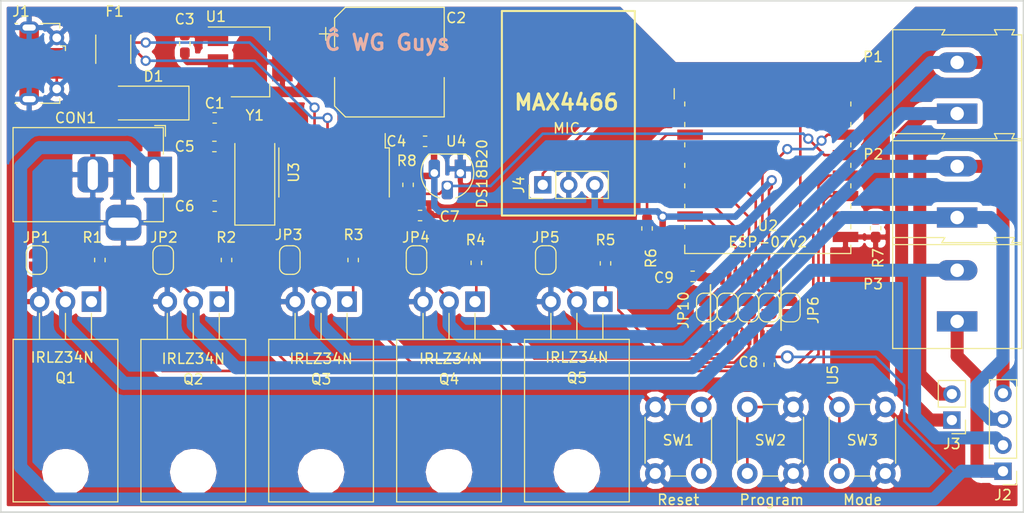
<source format=kicad_pcb>
(kicad_pcb (version 20171130) (host pcbnew 5.0.2-bee76a0~70~ubuntu18.04.1)
  (layers (0 F.Cu signal hide) (31 B.Cu signal hide) (34 B.Paste user) (35 F.Paste user hide) (36 B.SilkS user) (37 F.SilkS user hide) (38 B.Mask user) (39 F.Mask user hide) (44 Edge.Cuts user))
  (net 0 "")
  (net 1 +12V)
  (net 2 GND)
  (net 3 +3V3)
  (net 4 "Net-(J1-Pad2)")
  (net 5 VUSB)
  (net 6 "Net-(J1-Pad4)")
  (net 7 "Net-(J1-Pad3)")
  (net 8 "Net-(Q1-Pad1)")
  (net 9 "Net-(Q2-Pad1)")
  (net 10 "Net-(Q3-Pad1)")
  (net 11 "Net-(SW1-Pad2)")
  (net 12 "Net-(SW2-Pad1)")
  (net 13 RXD)
  (net 14 TXD)
  (net 15 "Net-(U3-Pad9)")
  (net 16 "Net-(U3-Pad10)")
  (net 17 "Net-(U3-Pad11)")
  (net 18 "Net-(U3-Pad12)")
  (net 19 "Net-(U3-Pad13)")
  (net 20 "Net-(U3-Pad14)")
  (net 21 "Net-(U3-Pad15)")
  (net 22 "Net-(C5-Pad1)")
  (net 23 "Net-(C6-Pad1)")
  (net 24 "Net-(D1-Pad2)")
  (net 25 "Net-(Q4-Pad1)")
  (net 26 "Net-(Q5-Pad1)")
  (net 27 "Net-(R8-Pad2)")
  (net 28 "Net-(SW3-Pad1)")
  (net 29 "Net-(J4-Pad1)")
  (net 30 "Net-(R6-Pad2)")
  (net 31 "Net-(R7-Pad1)")
  (net 32 /CH1)
  (net 33 /CH2)
  (net 34 /CH3)
  (net 35 /CH4)
  (net 36 /CH5)
  (net 37 "Net-(U5-Pad8)")
  (net 38 "Net-(U5-Pad9)")
  (net 39 "Net-(U5-Pad12)")
  (net 40 "Net-(U5-Pad13)")
  (net 41 SIG5)
  (net 42 SIG4)
  (net 43 SIG3)
  (net 44 SIG2)
  (net 45 SIG1)
  (net 46 "Net-(U5-Pad1)")
  (net 47 "Net-(U5-Pad20)")
  (net 48 HSIG1)
  (net 49 HSIG2)
  (net 50 HSIG3)
  (net 51 HSIG4)
  (net 52 HSIG5)
  (module Capacitor_SMD:C_0603_1608Metric_Pad1.05x0.95mm_HandSolder (layer F.Cu) (at 167.132 100.584 270)
    (fp_text reference C8 (at -0.254 2.032 180) (layer F.SilkS))
    (fp_text value 100nF)
    (pad 1 smd roundrect (at -0.875 0 270) (size 1.05 0.95) (layers F.Cu F.Paste F.Mask) (net 1 +12V))
    (pad 2 smd roundrect (at 0.875 0 270) (size 1.05 0.95) (layers F.Cu F.Paste F.Mask) (net 2 GND))
  )
  (module Jumper:SolderJumper-2_P1.3mm_Open_RoundedPad1.0x1.5mm (layer F.Cu) (at 161.036 94.996 90)
    (fp_text reference JP10 (at -0.254 -2.286 90) (layer F.SilkS))
    (fp_text value "GPIO LINK")
    (pad 1 smd custom (at -0.65 0 90) (size 1 0.5) (layers F.Cu F.Mask) (net 52 HSIG5) (options (clearance outline) (anchor rect)) (primitives (gr_circle (center 0 0.25) (end 0.5 0.25) (width 0)) (gr_circle (center 0 -0.25) (end 0.5 -0.25) (width 0)) (gr_poly (pts (xy 0 -0.75) (xy 0.5 -0.75) (xy 0.5 0.75) (xy 0 0.75)) (width 0))))
    (pad 2 smd custom (at 0.65 0 90) (size 1 0.5) (layers F.Cu F.Mask) (net 41 SIG5) (options (clearance outline) (anchor rect)) (primitives (gr_circle (center 0 0.25) (end 0.5 0.25) (width 0)) (gr_circle (center 0 -0.25) (end 0.5 -0.25) (width 0)) (gr_poly (pts (xy 0 -0.75) (xy -0.5 -0.75) (xy -0.5 0.75) (xy 0 0.75)) (width 0))))
  )
  (module Capacitor_SMD:CP_Elec_10x10.5 (layer F.Cu) (at 130 71)
    (fp_text reference C2 (at 6.525 -4.325) (layer F.SilkS))
    (fp_text value 1000uF)
    (pad 1 smd roundrect (at -4.2 0) (size 4.4 2.5) (layers F.Cu F.Paste F.Mask) (roundrect_rratio 0.1) (net 3 +3V3))
    (pad 2 smd roundrect (at 4.2 0) (size 4.4 2.5) (layers F.Cu F.Paste F.Mask) (roundrect_rratio 0.1) (net 2 GND))
  )
  (module Capacitor_SMD:C_0603_1608Metric_Pad1.05x0.95mm_HandSolder (layer F.Cu) (at 133 86 180)
    (fp_text reference C7 (at -2.89 -0.106 180) (layer F.SilkS))
    (fp_text value 100n)
    (pad 1 smd roundrect (at -0.875 0 180) (size 1.05 0.95) (layers F.Cu F.Paste F.Mask) (net 2 GND))
    (pad 2 smd roundrect (at 0.875 0 180) (size 1.05 0.95) (layers F.Cu F.Paste F.Mask) (net 3 +3V3))
  )
  (module Capacitor_SMD:C_0603_1608Metric_Pad1.05x0.95mm_HandSolder (layer F.Cu) (at 112.917 85.09 180)
    (fp_text reference C6 (at 2.935 0 180) (layer F.SilkS))
    (fp_text value 22p)
    (pad 1 smd roundrect (at -0.875 0 180) (size 1.05 0.95) (layers F.Cu F.Paste F.Mask) (net 23 "Net-(C6-Pad1)"))
    (pad 2 smd roundrect (at 0.875 0 180) (size 1.05 0.95) (layers F.Cu F.Paste F.Mask) (net 2 GND))
  )
  (module Capacitor_SMD:C_0603_1608Metric_Pad1.05x0.95mm_HandSolder (layer F.Cu) (at 133.491 78.74)
    (fp_text reference C4 (at -2.808 0) (layer F.SilkS))
    (fp_text value 100nF)
    (pad 1 smd roundrect (at -0.875 0) (size 1.05 0.95) (layers F.Cu F.Paste F.Mask) (net 2 GND))
    (pad 2 smd roundrect (at 0.875 0) (size 1.05 0.95) (layers F.Cu F.Paste F.Mask) (net 3 +3V3))
  )
  (module Capacitor_SMD:C_0603_1608Metric_Pad1.05x0.95mm_HandSolder (layer F.Cu) (at 112.889 79.248 180)
    (fp_text reference C5 (at 2.907 0 180) (layer F.SilkS))
    (fp_text value 22p)
    (pad 2 smd roundrect (at 0.875 0 180) (size 1.05 0.95) (layers F.Cu F.Paste F.Mask) (net 2 GND))
    (pad 1 smd roundrect (at -0.875 0 180) (size 1.05 0.95) (layers F.Cu F.Paste F.Mask) (net 22 "Net-(C5-Pad1)"))
  )
  (module Resistor_SMD:R_0603_1608Metric_Pad1.05x0.95mm_HandSolder (layer F.Cu) (at 155.194 87.263 90)
    (fp_text reference R6 (at -2.907 0.381 90) (layer F.SilkS))
    (fp_text value 10k)
    (pad 1 smd roundrect (at -0.875 0 90) (size 1.05 0.95) (layers F.Cu F.Paste F.Mask) (net 3 +3V3))
    (pad 2 smd roundrect (at 0.875 0 90) (size 1.05 0.95) (layers F.Cu F.Paste F.Mask) (net 30 "Net-(R6-Pad2)"))
  )
  (module Resistor_SMD:R_0603_1608Metric_Pad1.05x0.95mm_HandSolder (layer F.Cu) (at 177.546 87.235 270)
    (fp_text reference R7 (at 2.935 -0.254 270) (layer F.SilkS))
    (fp_text value 10k)
    (pad 1 smd roundrect (at -0.875 0 270) (size 1.05 0.95) (layers F.Cu F.Paste F.Mask) (net 31 "Net-(R7-Pad1)"))
    (pad 2 smd roundrect (at 0.875 0 270) (size 1.05 0.95) (layers F.Cu F.Paste F.Mask) (net 2 GND))
  )
  (module RF_Module:ESP-07 (layer F.Cu) (at 167 78.994)
    (fp_text reference U2 (at 0 8.001) (layer F.SilkS))
    (fp_text value ESP-07v2 (at 0 9.6) (layer F.SilkS))
    (pad 16 smd rect (at 7.6 -4.9) (size 2.5 1) (layers F.Cu F.Paste F.Mask) (net 14 TXD))
    (pad 15 smd rect (at 7.6 -2.9) (size 2.5 1) (layers F.Cu F.Paste F.Mask) (net 13 RXD))
    (pad 14 smd rect (at 7.6 -0.9) (size 2.5 1) (layers F.Cu F.Paste F.Mask) (net 45 SIG1))
    (pad 13 smd rect (at 7.6 1.1) (size 2.5 1) (layers F.Cu F.Paste F.Mask) (net 27 "Net-(R8-Pad2)"))
    (pad 12 smd rect (at 7.6 3.1) (size 2.5 1) (layers F.Cu F.Paste F.Mask) (net 12 "Net-(SW2-Pad1)"))
    (pad 11 smd rect (at 7.6 5.1) (size 2.5 1) (layers F.Cu F.Paste F.Mask) (net 28 "Net-(SW3-Pad1)"))
    (pad 10 smd rect (at 7.6 7.1) (size 2.5 1) (layers F.Cu F.Paste F.Mask) (net 31 "Net-(R7-Pad1)"))
    (pad 9 smd rect (at 7.6 9.1) (size 2.5 1) (layers F.Cu F.Paste F.Mask) (net 2 GND))
    (pad 8 smd rect (at -7.6 9.1) (size 2.5 1) (layers F.Cu F.Paste F.Mask) (net 3 +3V3))
    (pad 7 smd rect (at -7.6 7.1) (size 2.5 1) (layers F.Cu F.Paste F.Mask) (net 41 SIG5))
    (pad 6 smd rect (at -7.6 5.1) (size 2.5 1) (layers F.Cu F.Paste F.Mask) (net 42 SIG4))
    (pad 5 smd rect (at -7.6 3.1) (size 2.5 1) (layers F.Cu F.Paste F.Mask) (net 43 SIG3))
    (pad 4 smd rect (at -7.6 1.1) (size 2.5 1) (layers F.Cu F.Paste F.Mask) (net 44 SIG2))
    (pad 3 smd rect (at -7.6 -0.9) (size 2.5 1) (layers F.Cu F.Paste F.Mask) (net 30 "Net-(R6-Pad2)"))
    (pad 2 smd rect (at -7.6 -2.9) (size 2.5 1) (layers F.Cu F.Paste F.Mask) (net 29 "Net-(J4-Pad1)"))
    (pad 1 smd rect (at -7.6 -4.9) (size 2.5 1) (layers F.Cu F.Paste F.Mask) (net 11 "Net-(SW1-Pad2)"))
  )
  (module Jumper:SolderJumper-2_P1.3mm_Open_RoundedPad1.0x1.5mm (layer F.Cu) (at 95.5 90.35 90)
    (fp_text reference JP1 (at 2.212 0.004 180) (layer F.SilkS))
    (fp_text value "GPIO LINK")
    (pad 1 smd custom (at -0.65 0 90) (size 1 0.5) (layers F.Cu F.Mask) (net 32 /CH1) (options (clearance outline) (anchor rect)) (primitives (gr_circle (center 0 0.25) (end 0.5 0.25) (width 0)) (gr_circle (center 0 -0.25) (end 0.5 -0.25) (width 0)) (gr_poly (pts (xy 0 -0.75) (xy 0.5 -0.75) (xy 0.5 0.75) (xy 0 0.75)) (width 0))))
    (pad 2 smd custom (at 0.65 0 90) (size 1 0.5) (layers F.Cu F.Mask) (net 48 HSIG1) (options (clearance outline) (anchor rect)) (primitives (gr_circle (center 0 0.25) (end 0.5 0.25) (width 0)) (gr_circle (center 0 -0.25) (end 0.5 -0.25) (width 0)) (gr_poly (pts (xy 0 -0.75) (xy -0.5 -0.75) (xy -0.5 0.75) (xy 0 0.75)) (width 0))))
  )
  (module Button_Switch_THT:SW_PUSH_6mm (layer F.Cu) (at 156 111.222 90)
    (fp_text reference SW1)
    (fp_text value Reset (at -2.57 2.242 180) (layer F.SilkS))
    (fp_text user %R (at 3.25 2.25 180) (layer F.SilkS))
    (pad 1 thru_hole circle (at 6.5 0 180) (size 2 2) (drill 1.1) (layers *.Cu *.Mask) (net 2 GND))
    (pad 2 thru_hole circle (at 6.5 4.5 180) (size 2 2) (drill 1.1) (layers *.Cu *.Mask) (net 11 "Net-(SW1-Pad2)"))
    (pad 1 thru_hole circle (at 0 0 180) (size 2 2) (drill 1.1) (layers *.Cu *.Mask) (net 2 GND))
    (pad 2 thru_hole circle (at 0 4.5 180) (size 2 2) (drill 1.1) (layers *.Cu *.Mask) (net 11 "Net-(SW1-Pad2)"))
  )
  (module TerminalBlock:TerminalBlock_Altech_AK300-2_P5.00mm (layer F.Cu) (at 185.515 76.032 90)
    (fp_text reference P1 (at 5.547 -8.223 180) (layer F.SilkS))
    (fp_text value LED_CON_SCREW)
    (pad 2 thru_hole oval (at 5 0 90) (size 1.98 3.96) (drill 1.32) (layers *.Cu *.Mask) (net 36 /CH5))
    (pad 1 thru_hole rect (at 0 0 90) (size 1.98 3.96) (drill 1.32) (layers *.Cu *.Mask) (net 35 /CH4))
  )
  (module Package_TO_SOT_THT:TO-220-3_Horizontal_TabDown (layer F.Cu) (at 150.873785 94.420101 180)
    (fp_text reference Q5 (at 2.54 -7.452899 180) (layer F.SilkS))
    (fp_text value IRLZ34N (at 2.54 -5.452899 180) (layer F.SilkS))
    (pad 3 thru_hole oval (at 5.08 0 180) (size 1.905 2) (drill 1.1) (layers *.Cu *.Mask) (net 2 GND))
    (pad 2 thru_hole oval (at 2.54 0 180) (size 1.905 2) (drill 1.1) (layers *.Cu *.Mask) (net 36 /CH5))
    (pad 1 thru_hole rect (at 0 0 180) (size 1.905 2) (drill 1.1) (layers *.Cu *.Mask) (net 26 "Net-(Q5-Pad1)"))
    (pad "" np_thru_hole oval (at 2.54 -16.66 180) (size 3.5 3.5) (drill 3.5) (layers *.Cu *.Mask))
  )
  (module Jumper:SolderJumper-2_P1.3mm_Open_RoundedPad1.0x1.5mm (layer F.Cu) (at 145.288 90.35 90)
    (fp_text reference JP5 (at 2.212 0 180) (layer F.SilkS))
    (fp_text value "GPIO LINK")
    (pad 2 smd custom (at 0.65 0 90) (size 1 0.5) (layers F.Cu F.Mask) (net 52 HSIG5) (options (clearance outline) (anchor rect)) (primitives (gr_circle (center 0 0.25) (end 0.5 0.25) (width 0)) (gr_circle (center 0 -0.25) (end 0.5 -0.25) (width 0)) (gr_poly (pts (xy 0 -0.75) (xy -0.5 -0.75) (xy -0.5 0.75) (xy 0 0.75)) (width 0))))
    (pad 1 smd custom (at -0.65 0 90) (size 1 0.5) (layers F.Cu F.Mask) (net 36 /CH5) (options (clearance outline) (anchor rect)) (primitives (gr_circle (center 0 0.25) (end 0.5 0.25) (width 0)) (gr_circle (center 0 -0.25) (end 0.5 -0.25) (width 0)) (gr_poly (pts (xy 0 -0.75) (xy 0.5 -0.75) (xy 0.5 0.75) (xy 0 0.75)) (width 0))))
  )
  (module Button_Switch_THT:SW_PUSH_6mm (layer F.Cu) (at 165 111.222 90)
    (fp_text reference SW2)
    (fp_text value Program (at -2.57 2.386 180) (layer F.SilkS))
    (fp_text user %R (at 3.25 2.25) (layer F.SilkS))
    (pad 2 thru_hole circle (at 0 4.5 180) (size 2 2) (drill 1.1) (layers *.Cu *.Mask) (net 2 GND))
    (pad 1 thru_hole circle (at 0 0 180) (size 2 2) (drill 1.1) (layers *.Cu *.Mask) (net 12 "Net-(SW2-Pad1)"))
    (pad 2 thru_hole circle (at 6.5 4.5 180) (size 2 2) (drill 1.1) (layers *.Cu *.Mask) (net 2 GND))
    (pad 1 thru_hole circle (at 6.5 0 180) (size 2 2) (drill 1.1) (layers *.Cu *.Mask) (net 12 "Net-(SW2-Pad1)"))
  )
  (module Resistor_SMD:R_0603_1608Metric_Pad1.05x0.95mm_HandSolder (layer F.Cu) (at 138.5 90.625 90)
    (fp_text reference R4 (at 2.233 -0.07 180) (layer F.SilkS))
    (fp_text value 100)
    (pad 2 smd roundrect (at 0.875 0 90) (size 1.05 0.95) (layers F.Cu F.Paste F.Mask) (net 51 HSIG4))
    (pad 1 smd roundrect (at -0.875 0 90) (size 1.05 0.95) (layers F.Cu F.Paste F.Mask) (net 25 "Net-(Q4-Pad1)"))
  )
  (module Resistor_SMD:R_0603_1608Metric_Pad1.05x0.95mm_HandSolder (layer F.Cu) (at 131.826 83 270)
    (fp_text reference R8 (at -2.355 0.127) (layer F.SilkS))
    (fp_text value 4.7K)
    (pad 2 smd roundrect (at 0.875 0 270) (size 1.05 0.95) (layers F.Cu F.Paste F.Mask) (net 27 "Net-(R8-Pad2)"))
    (pad 1 smd roundrect (at -0.875 0 270) (size 1.05 0.95) (layers F.Cu F.Paste F.Mask) (net 3 +3V3))
  )
  (module TerminalBlock:TerminalBlock_Altech_AK300-2_P5.00mm (layer F.Cu) (at 185.515 86.192 90)
    (fp_text reference P2 (at 6.182 -8.2 180) (layer F.SilkS))
    (fp_text value LED_CON_SCREW)
    (pad 1 thru_hole rect (at 0 0 90) (size 1.98 3.96) (drill 1.32) (layers *.Cu *.Mask) (net 33 /CH2))
    (pad 2 thru_hole oval (at 5 0 90) (size 1.98 3.96) (drill 1.32) (layers *.Cu *.Mask) (net 34 /CH3))
  )
  (module Package_TO_SOT_THT:TO-220-3_Horizontal_TabDown (layer F.Cu) (at 138.370596 94.420101 180)
    (fp_text reference Q4 (at 2.54 -7.579899 180) (layer F.SilkS))
    (fp_text value IRLZ34N (at 2.36741 -5.579899 180) (layer F.SilkS))
    (pad "" np_thru_hole oval (at 2.54 -16.66 180) (size 3.5 3.5) (drill 3.5) (layers *.Cu *.Mask))
    (pad 1 thru_hole rect (at 0 0 180) (size 1.905 2) (drill 1.1) (layers *.Cu *.Mask) (net 25 "Net-(Q4-Pad1)"))
    (pad 2 thru_hole oval (at 2.54 0 180) (size 1.905 2) (drill 1.1) (layers *.Cu *.Mask) (net 35 /CH4))
    (pad 3 thru_hole oval (at 5.08 0 180) (size 1.905 2) (drill 1.1) (layers *.Cu *.Mask) (net 2 GND))
  )
  (module Resistor_SMD:R_0603_1608Metric_Pad1.05x0.95mm_HandSolder (layer F.Cu) (at 126.457365 90.35 90)
    (fp_text reference R3 (at 2.466 0.034635 180) (layer F.SilkS))
    (fp_text value 100)
    (pad 2 smd roundrect (at 0.875 0 90) (size 1.05 0.95) (layers F.Cu F.Paste F.Mask) (net 50 HSIG3))
    (pad 1 smd roundrect (at -0.875 0 90) (size 1.05 0.95) (layers F.Cu F.Paste F.Mask) (net 10 "Net-(Q3-Pad1)"))
  )
  (module Jumper:SolderJumper-2_P1.3mm_Open_RoundedPad1.0x1.5mm (layer F.Cu) (at 120.265892 90.35 90)
    (fp_text reference JP3 (at 2.466 -0.123892 180) (layer F.SilkS))
    (fp_text value "GPIO LINK")
    (pad 2 smd custom (at 0.65 0 90) (size 1 0.5) (layers F.Cu F.Mask) (net 50 HSIG3) (options (clearance outline) (anchor rect)) (primitives (gr_circle (center 0 0.25) (end 0.5 0.25) (width 0)) (gr_circle (center 0 -0.25) (end 0.5 -0.25) (width 0)) (gr_poly (pts (xy 0 -0.75) (xy -0.5 -0.75) (xy -0.5 0.75) (xy 0 0.75)) (width 0))))
    (pad 1 smd custom (at -0.65 0 90) (size 1 0.5) (layers F.Cu F.Mask) (net 34 /CH3) (options (clearance outline) (anchor rect)) (primitives (gr_circle (center 0 0.25) (end 0.5 0.25) (width 0)) (gr_circle (center 0 -0.25) (end 0.5 -0.25) (width 0)) (gr_poly (pts (xy 0 -0.75) (xy 0.5 -0.75) (xy 0.5 0.75) (xy 0 0.75)) (width 0))))
  )
  (module Jumper:SolderJumper-2_P1.3mm_Open_RoundedPad1.0x1.5mm (layer F.Cu) (at 107.882946 90.35 90)
    (fp_text reference JP2 (at 2.212 0.067054 180) (layer F.SilkS))
    (fp_text value "GPIO LINK")
    (pad 2 smd custom (at 0.65 0 90) (size 1 0.5) (layers F.Cu F.Mask) (net 49 HSIG2) (options (clearance outline) (anchor rect)) (primitives (gr_circle (center 0 0.25) (end 0.5 0.25) (width 0)) (gr_circle (center 0 -0.25) (end 0.5 -0.25) (width 0)) (gr_poly (pts (xy 0 -0.75) (xy -0.5 -0.75) (xy -0.5 0.75) (xy 0 0.75)) (width 0))))
    (pad 1 smd custom (at -0.65 0 90) (size 1 0.5) (layers F.Cu F.Mask) (net 33 /CH2) (options (clearance outline) (anchor rect)) (primitives (gr_circle (center 0 0.25) (end 0.5 0.25) (width 0)) (gr_circle (center 0 -0.25) (end 0.5 -0.25) (width 0)) (gr_poly (pts (xy 0 -0.75) (xy 0.5 -0.75) (xy 0.5 0.75) (xy 0 0.75)) (width 0))))
  )
  (module Package_TO_SOT_SMD:SOT-223-3_TabPin2 (layer F.Cu) (at 116.39 70.98)
    (fp_text reference U1 (at -3.36 -4.432) (layer F.SilkS))
    (fp_text value AMS1117-3.3)
    (pad 2 smd rect (at 3.15 0) (size 2 3.8) (layers F.Cu F.Paste F.Mask) (net 3 +3V3))
    (pad 2 smd rect (at -3.15 0) (size 2 1.5) (layers F.Cu F.Paste F.Mask) (net 3 +3V3))
    (pad 3 smd rect (at -3.15 2.3) (size 2 1.5) (layers F.Cu F.Paste F.Mask) (net 1 +12V))
    (pad 1 smd rect (at -3.15 -2.3) (size 2 1.5) (layers F.Cu F.Paste F.Mask) (net 2 GND))
  )
  (module Resistor_SMD:R_0603_1608Metric_Pad1.05x0.95mm_HandSolder (layer F.Cu) (at 151.13 90.678 90)
    (fp_text reference R5 (at 2.286 0 180) (layer F.SilkS))
    (fp_text value 100)
    (pad 1 smd roundrect (at -0.875 0 90) (size 1.05 0.95) (layers F.Cu F.Paste F.Mask) (net 26 "Net-(Q5-Pad1)"))
    (pad 2 smd roundrect (at 0.875 0 90) (size 1.05 0.95) (layers F.Cu F.Paste F.Mask) (net 52 HSIG5))
  )
  (module Fuse:Fuse_1812_4532Metric_Pad1.30x3.40mm_HandSolder (layer F.Cu) (at 103 69.74 90)
    (fp_text reference F1 (at 3.7 0.124 180) (layer F.SilkS))
    (fp_text value Polyfuse)
    (pad 1 smd roundrect (at -2.225 0 90) (size 1.3 3.4) (layers F.Cu F.Paste F.Mask) (roundrect_rratio 0.192308) (net 24 "Net-(D1-Pad2)"))
    (pad 2 smd roundrect (at 2.225 0 90) (size 1.3 3.4) (layers F.Cu F.Paste F.Mask) (roundrect_rratio 0.192308) (net 5 VUSB))
  )
  (module Button_Switch_THT:SW_PUSH_6mm (layer F.Cu) (at 174 111.222 90)
    (fp_text reference SW3)
    (fp_text value Mode (at -2.57 2.276 180) (layer F.SilkS))
    (fp_text user %R (at 3.25 2.25 180) (layer F.SilkS))
    (pad 2 thru_hole circle (at 0 4.5 180) (size 2 2) (drill 1.1) (layers *.Cu *.Mask) (net 2 GND))
    (pad 1 thru_hole circle (at 0 0 180) (size 2 2) (drill 1.1) (layers *.Cu *.Mask) (net 28 "Net-(SW3-Pad1)"))
    (pad 2 thru_hole circle (at 6.5 4.5 180) (size 2 2) (drill 1.1) (layers *.Cu *.Mask) (net 2 GND))
    (pad 1 thru_hole circle (at 6.5 0 180) (size 2 2) (drill 1.1) (layers *.Cu *.Mask) (net 28 "Net-(SW3-Pad1)"))
  )
  (module Capacitor_SMD:C_0603_1608Metric_Pad1.05x0.95mm_HandSolder (layer F.Cu) (at 110 69.216 90)
    (fp_text reference C3 (at 2.414 -0.018 180) (layer F.SilkS))
    (fp_text value 1uF)
    (pad 2 smd roundrect (at 0.875 0 90) (size 1.05 0.95) (layers F.Cu F.Paste F.Mask) (net 2 GND))
    (pad 1 smd roundrect (at -0.875 0 90) (size 1.05 0.95) (layers F.Cu F.Paste F.Mask) (net 3 +3V3))
  )
  (module TerminalBlock:TerminalBlock_Altech_AK300-2_P5.00mm (layer F.Cu) (at 185.515 96.352 90)
    (fp_text reference P3 (at 3.642 -8.223 180) (layer F.SilkS))
    (fp_text value LED_CON_SCREW)
    (pad 1 thru_hole rect (at 0 0 90) (size 1.98 3.96) (drill 1.32) (layers *.Cu *.Mask) (net 1 +12V))
    (pad 2 thru_hole oval (at 5 0 90) (size 1.98 3.96) (drill 1.32) (layers *.Cu *.Mask) (net 32 /CH1))
  )
  (module Diode_SMD:D_SMA_Handsoldering (layer F.Cu) (at 106 75 180)
    (fp_text reference D1 (at -0.934 2.61 180) (layer F.SilkS))
    (fp_text value 1N5817)
    (pad 1 smd rect (at -2.5 0 180) (size 3.5 1.8) (layers F.Cu F.Paste F.Mask) (net 1 +12V))
    (pad 2 smd rect (at 2.5 0 180) (size 3.5 1.8) (layers F.Cu F.Paste F.Mask) (net 24 "Net-(D1-Pad2)"))
  )
  (module Connector_BarrelJack:BarrelJack_Horizontal (layer F.Cu) (at 107 82)
    (fp_text reference CON1 (at -7.686 -5.546) (layer F.SilkS))
    (fp_text value BARREL_JACK)
    (pad 1 thru_hole rect (at 0 0) (size 3.5 3.5) (drill oval 1 3) (layers *.Cu *.Mask) (net 1 +12V))
    (pad 2 thru_hole roundrect (at -6 0) (size 3 3.5) (drill oval 1 3) (layers *.Cu *.Mask) (net 2 GND))
    (pad 3 thru_hole roundrect (at -3 4.7) (size 3.5 3.5) (drill oval 3 1) (layers *.Cu *.Mask) (net 2 GND))
  )
  (module Connector_USB:USB_Micro-B_Molex-105017-0001 (layer F.Cu) (at 96.012 71.12 270)
    (fp_text reference J1 (at -5.08 2.032) (layer F.SilkS))
    (fp_text value USB)
    (pad 6 smd rect (at 1 1.2375 270) (size 1.5 1.9) (layers F.Cu F.Paste F.Mask) (net 2 GND))
    (pad 6 thru_hole circle (at -2.5 -1.4625 270) (size 1.45 1.45) (drill 0.85) (layers *.Cu *.Mask) (net 2 GND))
    (pad 2 smd rect (at -0.65 -1.4625 270) (size 0.4 1.35) (layers F.Cu F.Paste F.Mask) (net 4 "Net-(J1-Pad2)"))
    (pad 1 smd rect (at -1.3 -1.4625 270) (size 0.4 1.35) (layers F.Cu F.Paste F.Mask) (net 5 VUSB))
    (pad 5 smd rect (at 1.3 -1.4625 270) (size 0.4 1.35) (layers F.Cu F.Paste F.Mask) (net 2 GND))
    (pad 4 smd rect (at 0.65 -1.4625 270) (size 0.4 1.35) (layers F.Cu F.Paste F.Mask) (net 6 "Net-(J1-Pad4)"))
    (pad 3 smd rect (at 0 -1.4625 270) (size 0.4 1.35) (layers F.Cu F.Paste F.Mask) (net 7 "Net-(J1-Pad3)"))
    (pad 6 thru_hole circle (at 2.5 -1.4625 270) (size 1.45 1.45) (drill 0.85) (layers *.Cu *.Mask) (net 2 GND))
    (pad 6 smd rect (at -1 1.2375 270) (size 1.5 1.9) (layers F.Cu F.Paste F.Mask) (net 2 GND))
    (pad 6 thru_hole oval (at -3.5 1.2375 90) (size 1.2 1.9) (drill oval 0.6 1.3) (layers *.Cu *.Mask) (net 2 GND))
    (pad 6 thru_hole oval (at 3.5 1.2375 270) (size 1.2 1.9) (drill oval 0.6 1.3) (layers *.Cu *.Mask) (net 2 GND))
    (pad 6 smd rect (at 2.9 1.2375 270) (size 1.2 1.9) (layers F.Cu F.Mask) (net 2 GND))
    (pad 6 smd rect (at -2.9 1.2375 270) (size 1.2 1.9) (layers F.Cu F.Mask) (net 2 GND))
  )
  (module Capacitor_SMD:C_0603_1608Metric_Pad1.05x0.95mm_HandSolder (layer F.Cu) (at 112.917 76.454)
    (fp_text reference C1 (at 0 -1.43) (layer F.SilkS))
    (fp_text value 1uF)
    (pad 2 smd roundrect (at 0.875 0) (size 1.05 0.95) (layers F.Cu F.Paste F.Mask) (net 2 GND))
    (pad 1 smd roundrect (at -0.875 0) (size 1.05 0.95) (layers F.Cu F.Paste F.Mask) (net 1 +12V))
  )
  (module Package_TO_SOT_THT:TO-220-3_Horizontal_TabDown (layer F.Cu) (at 100.867409 94.420101 180)
    (fp_text reference Q1 (at 2.54 -7.452899 180) (layer F.SilkS))
    (fp_text value IRLZ34N (at 2.848285 -5.452899 180) (layer F.SilkS))
    (pad "" np_thru_hole oval (at 2.54 -16.66 180) (size 3.5 3.5) (drill 3.5) (layers *.Cu *.Mask))
    (pad 1 thru_hole rect (at 0 0 180) (size 1.905 2) (drill 1.1) (layers *.Cu *.Mask) (net 8 "Net-(Q1-Pad1)"))
    (pad 2 thru_hole oval (at 2.54 0 180) (size 1.905 2) (drill 1.1) (layers *.Cu *.Mask) (net 32 /CH1))
    (pad 3 thru_hole oval (at 5.08 0 180) (size 1.905 2) (drill 1.1) (layers *.Cu *.Mask) (net 2 GND))
  )
  (module Resistor_SMD:R_0603_1608Metric_Pad1.05x0.95mm_HandSolder (layer F.Cu) (at 101.691473 90.35 90)
    (fp_text reference R1 (at 2.212 -0.726473 180) (layer F.SilkS))
    (fp_text value 100)
    (pad 2 smd roundrect (at 0.875 0 90) (size 1.05 0.95) (layers F.Cu F.Paste F.Mask) (net 48 HSIG1))
    (pad 1 smd roundrect (at -0.875 0 90) (size 1.05 0.95) (layers F.Cu F.Paste F.Mask) (net 8 "Net-(Q1-Pad1)"))
  )
  (module Package_TO_SOT_THT:TO-220-3_Horizontal_TabDown (layer F.Cu) (at 113.364222 94.420101 180)
    (fp_text reference Q2 (at 2.54 -7.579899 180) (layer F.SilkS))
    (fp_text value IRLZ34N (at 2.54 -5.579899 180) (layer F.SilkS))
    (pad 3 thru_hole oval (at 5.08 0 180) (size 1.905 2) (drill 1.1) (layers *.Cu *.Mask) (net 2 GND))
    (pad 2 thru_hole oval (at 2.54 0 180) (size 1.905 2) (drill 1.1) (layers *.Cu *.Mask) (net 33 /CH2))
    (pad 1 thru_hole rect (at 0 0 180) (size 1.905 2) (drill 1.1) (layers *.Cu *.Mask) (net 9 "Net-(Q2-Pad1)"))
    (pad "" np_thru_hole oval (at 2.54 -16.66 180) (size 3.5 3.5) (drill 3.5) (layers *.Cu *.Mask))
  )
  (module Resistor_SMD:R_0603_1608Metric_Pad1.05x0.95mm_HandSolder (layer F.Cu) (at 114.074419 90.35 90)
    (fp_text reference R2 (at 2.212 -0.028419 180) (layer F.SilkS))
    (fp_text value 100)
    (pad 1 smd roundrect (at -0.875 0 90) (size 1.05 0.95) (layers F.Cu F.Paste F.Mask) (net 9 "Net-(Q2-Pad1)"))
    (pad 2 smd roundrect (at 0.875 0 90) (size 1.05 0.95) (layers F.Cu F.Paste F.Mask) (net 49 HSIG2))
  )
  (module Package_TO_SOT_THT:TO-220-3_Horizontal_TabDown (layer F.Cu) (at 125.861035 94.420101 180)
    (fp_text reference Q3 (at 2.54 -7.579899 180) (layer F.SilkS))
    (fp_text value IRLZ34N (at 2.54 -5.579899 180) (layer F.SilkS))
    (pad "" np_thru_hole oval (at 2.54 -16.66 180) (size 3.5 3.5) (drill 3.5) (layers *.Cu *.Mask))
    (pad 1 thru_hole rect (at 0 0 180) (size 1.905 2) (drill 1.1) (layers *.Cu *.Mask) (net 10 "Net-(Q3-Pad1)"))
    (pad 2 thru_hole oval (at 2.54 0 180) (size 1.905 2) (drill 1.1) (layers *.Cu *.Mask) (net 34 /CH3))
    (pad 3 thru_hole oval (at 5.08 0 180) (size 1.905 2) (drill 1.1) (layers *.Cu *.Mask) (net 2 GND))
  )
  (module Package_TO_SOT_THT:TO-92_HandSolder (layer F.Cu) (at 136.9335 81.838 180)
    (fp_text reference U4 (at 0.4085 3.098 180) (layer F.SilkS))
    (fp_text value DS18B20 (at -2.1315 -0.077 270) (layer F.SilkS))
    (pad 2 thru_hole roundrect (at 1.27 -1.27 180) (size 1.1 1.8) (drill 0.75 (offset 0 -0.4)) (layers *.Cu *.Mask) (net 27 "Net-(R8-Pad2)"))
    (pad 3 thru_hole roundrect (at 2.54 0 180) (size 1.1 1.8) (drill 0.75 (offset 0 0.4)) (layers *.Cu *.Mask) (net 3 +3V3))
    (pad 1 thru_hole rect (at 0 0 180) (size 1.1 1.8) (drill 0.75 (offset 0 0.4)) (layers *.Cu *.Mask) (net 2 GND))
  )
  (module Crystal:Crystal_SMD_0603-2Pin_6.0x3.5mm_HandSoldering (layer F.Cu) (at 116.84 82.1605 90)
    (fp_text reference Y1 (at 5.9605 0 180) (layer F.SilkS))
    (fp_text value 12MHz)
    (pad 1 smd rect (at -2.9125 0 90) (size 3.325 2.5) (layers F.Cu F.Paste F.Mask) (net 23 "Net-(C6-Pad1)"))
    (pad 2 smd rect (at 2.9125 0 90) (size 3.325 2.5) (layers F.Cu F.Paste F.Mask) (net 22 "Net-(C5-Pad1)"))
  )
  (module Connector_PinHeader_2.54mm:PinHeader_1x04_P2.54mm_Vertical (layer F.Cu) (at 190 111 180)
    (fp_text reference J2 (at 0 -2.33 180) (layer F.SilkS))
    (fp_text value LED_CON_RGB)
    (pad 1 thru_hole rect (at 0 0 180) (size 1.7 1.7) (drill 1) (layers *.Cu *.Mask) (net 1 +12V))
    (pad 2 thru_hole oval (at 0 2.54 180) (size 1.7 1.7) (drill 1) (layers *.Cu *.Mask) (net 32 /CH1))
    (pad 3 thru_hole oval (at 0 5.08 180) (size 1.7 1.7) (drill 1) (layers *.Cu *.Mask) (net 33 /CH2))
    (pad 4 thru_hole oval (at 0 7.62 180) (size 1.7 1.7) (drill 1) (layers *.Cu *.Mask) (net 34 /CH3))
  )
  (module Connector_PinHeader_2.54mm:PinHeader_1x02_P2.54mm_Vertical (layer F.Cu) (at 185 106 180)
    (fp_text reference J3 (at 0 -2.33 180) (layer F.SilkS))
    (fp_text value LED_CON_WW)
    (pad 1 thru_hole rect (at 0 0 180) (size 1.7 1.7) (drill 1) (layers *.Cu *.Mask) (net 35 /CH4))
    (pad 2 thru_hole oval (at 0 2.54 180) (size 1.7 1.7) (drill 1) (layers *.Cu *.Mask) (net 36 /CH5))
  )
  (module Connector_PinHeader_2.54mm:PinHeader_1x03_P2.54mm_Vertical (layer F.Cu) (at 145 83 90)
    (fp_text reference J4 (at 0 -2.33 90) (layer F.SilkS))
    (fp_text value MIC (at 5.53 2.32 180) (layer F.SilkS))
    (pad 1 thru_hole rect (at 0 0 90) (size 1.7 1.7) (drill 1) (layers *.Cu *.Mask) (net 29 "Net-(J4-Pad1)"))
    (pad 2 thru_hole oval (at 0 2.54 90) (size 1.7 1.7) (drill 1) (layers *.Cu *.Mask) (net 2 GND))
    (pad 3 thru_hole oval (at 0 5.08 90) (size 1.7 1.7) (drill 1) (layers *.Cu *.Mask) (net 3 +3V3))
  )
  (module Jumper:SolderJumper-2_P1.3mm_Open_RoundedPad1.0x1.5mm (layer F.Cu) (at 132.648838 90.35 90)
    (fp_text reference JP4 (at 2.212 -0.060838 180) (layer F.SilkS))
    (fp_text value "GPIO LINK")
    (pad 2 smd custom (at 0.65 0 90) (size 1 0.5) (layers F.Cu F.Mask) (net 51 HSIG4) (options (clearance outline) (anchor rect)) (primitives (gr_circle (center 0 0.25) (end 0.5 0.25) (width 0)) (gr_circle (center 0 -0.25) (end 0.5 -0.25) (width 0)) (gr_poly (pts (xy 0 -0.75) (xy -0.5 -0.75) (xy -0.5 0.75) (xy 0 0.75)) (width 0))))
    (pad 1 smd custom (at -0.65 0 90) (size 1 0.5) (layers F.Cu F.Mask) (net 35 /CH4) (options (clearance outline) (anchor rect)) (primitives (gr_circle (center 0 0.25) (end 0.5 0.25) (width 0)) (gr_circle (center 0 -0.25) (end 0.5 -0.25) (width 0)) (gr_poly (pts (xy 0 -0.75) (xy 0.5 -0.75) (xy 0.5 0.75) (xy 0 0.75)) (width 0))))
  )
  (module Capacitor_SMD:C_0603_1608Metric_Pad1.05x0.95mm_HandSolder (layer F.Cu) (at 159.653 91.948)
    (fp_text reference C9 (at -2.808 0.127) (layer F.SilkS))
    (fp_text value 100nF)
    (pad 2 smd roundrect (at 0.875 0) (size 1.05 0.95) (layers F.Cu F.Paste F.Mask) (net 3 +3V3))
    (pad 1 smd roundrect (at -0.875 0) (size 1.05 0.95) (layers F.Cu F.Paste F.Mask) (net 2 GND))
  )
  (module Jumper:SolderJumper-2_P1.3mm_Open_RoundedPad1.0x1.5mm (layer F.Cu) (at 169.164 94.996 90)
    (fp_text reference JP6 (at -0.254 2.286 90) (layer F.SilkS))
    (fp_text value "GPIO LINK")
    (pad 2 smd custom (at 0.65 0 90) (size 1 0.5) (layers F.Cu F.Mask) (net 45 SIG1) (options (clearance outline) (anchor rect)) (primitives (gr_circle (center 0 0.25) (end 0.5 0.25) (width 0)) (gr_circle (center 0 -0.25) (end 0.5 -0.25) (width 0)) (gr_poly (pts (xy 0 -0.75) (xy -0.5 -0.75) (xy -0.5 0.75) (xy 0 0.75)) (width 0))))
    (pad 1 smd custom (at -0.65 0 90) (size 1 0.5) (layers F.Cu F.Mask) (net 48 HSIG1) (options (clearance outline) (anchor rect)) (primitives (gr_circle (center 0 0.25) (end 0.5 0.25) (width 0)) (gr_circle (center 0 -0.25) (end 0.5 -0.25) (width 0)) (gr_poly (pts (xy 0 -0.75) (xy 0.5 -0.75) (xy 0.5 0.75) (xy 0 0.75)) (width 0))))
  )
  (module Jumper:SolderJumper-2_P1.3mm_Open_RoundedPad1.0x1.5mm (layer F.Cu) (at 167.132 94.996 90)
    (fp_text reference JP7 hide)
    (fp_text value "GPIO LINK")
    (pad 1 smd custom (at -0.65 0 90) (size 1 0.5) (layers F.Cu F.Mask) (net 49 HSIG2) (options (clearance outline) (anchor rect)) (primitives (gr_circle (center 0 0.25) (end 0.5 0.25) (width 0)) (gr_circle (center 0 -0.25) (end 0.5 -0.25) (width 0)) (gr_poly (pts (xy 0 -0.75) (xy 0.5 -0.75) (xy 0.5 0.75) (xy 0 0.75)) (width 0))))
    (pad 2 smd custom (at 0.65 0 90) (size 1 0.5) (layers F.Cu F.Mask) (net 44 SIG2) (options (clearance outline) (anchor rect)) (primitives (gr_circle (center 0 0.25) (end 0.5 0.25) (width 0)) (gr_circle (center 0 -0.25) (end 0.5 -0.25) (width 0)) (gr_poly (pts (xy 0 -0.75) (xy -0.5 -0.75) (xy -0.5 0.75) (xy 0 0.75)) (width 0))))
  )
  (module Jumper:SolderJumper-2_P1.3mm_Open_RoundedPad1.0x1.5mm (layer F.Cu) (at 165.1 94.996 90)
    (fp_text reference JP8 hide)
    (fp_text value "GPIO LINK")
    (pad 1 smd custom (at -0.65 0 90) (size 1 0.5) (layers F.Cu F.Mask) (net 50 HSIG3) (options (clearance outline) (anchor rect)) (primitives (gr_circle (center 0 0.25) (end 0.5 0.25) (width 0)) (gr_circle (center 0 -0.25) (end 0.5 -0.25) (width 0)) (gr_poly (pts (xy 0 -0.75) (xy 0.5 -0.75) (xy 0.5 0.75) (xy 0 0.75)) (width 0))))
    (pad 2 smd custom (at 0.65 0 90) (size 1 0.5) (layers F.Cu F.Mask) (net 43 SIG3) (options (clearance outline) (anchor rect)) (primitives (gr_circle (center 0 0.25) (end 0.5 0.25) (width 0)) (gr_circle (center 0 -0.25) (end 0.5 -0.25) (width 0)) (gr_poly (pts (xy 0 -0.75) (xy -0.5 -0.75) (xy -0.5 0.75) (xy 0 0.75)) (width 0))))
  )
  (module Jumper:SolderJumper-2_P1.3mm_Open_RoundedPad1.0x1.5mm (layer F.Cu) (at 163.068 94.996 90)
    (fp_text reference JP9 hide)
    (fp_text value "GPIO LINK")
    (pad 2 smd custom (at 0.65 0 90) (size 1 0.5) (layers F.Cu F.Mask) (net 42 SIG4) (options (clearance outline) (anchor rect)) (primitives (gr_circle (center 0 0.25) (end 0.5 0.25) (width 0)) (gr_circle (center 0 -0.25) (end 0.5 -0.25) (width 0)) (gr_poly (pts (xy 0 -0.75) (xy -0.5 -0.75) (xy -0.5 0.75) (xy 0 0.75)) (width 0))))
    (pad 1 smd custom (at -0.65 0 90) (size 1 0.5) (layers F.Cu F.Mask) (net 51 HSIG4) (options (clearance outline) (anchor rect)) (primitives (gr_circle (center 0 0.25) (end 0.5 0.25) (width 0)) (gr_circle (center 0 -0.25) (end 0.5 -0.25) (width 0)) (gr_poly (pts (xy 0 -0.75) (xy 0.5 -0.75) (xy 0.5 0.75) (xy 0 0.75)) (width 0))))
  )
  (module Package_SO:TSSOP-20_4.4x6.5mm_P0.65mm (layer F.Cu) (at 164.846 94.996 270)
    (fp_text reference U5 (at 6.604 -8.509 270) (layer F.SilkS))
    (fp_text value TXS0108EPW)
    (pad 1 smd rect (at -2.95 -2.925 270) (size 1.45 0.45) (layers F.Cu F.Paste F.Mask) (net 46 "Net-(U5-Pad1)"))
    (pad 2 smd rect (at -2.95 -2.275 270) (size 1.45 0.45) (layers F.Cu F.Paste F.Mask) (net 3 +3V3))
    (pad 3 smd rect (at -2.95 -1.625 270) (size 1.45 0.45) (layers F.Cu F.Paste F.Mask) (net 45 SIG1))
    (pad 4 smd rect (at -2.95 -0.975 270) (size 1.45 0.45) (layers F.Cu F.Paste F.Mask) (net 44 SIG2))
    (pad 5 smd rect (at -2.95 -0.325 270) (size 1.45 0.45) (layers F.Cu F.Paste F.Mask) (net 43 SIG3))
    (pad 6 smd rect (at -2.95 0.325 270) (size 1.45 0.45) (layers F.Cu F.Paste F.Mask) (net 42 SIG4))
    (pad 7 smd rect (at -2.95 0.975 270) (size 1.45 0.45) (layers F.Cu F.Paste F.Mask) (net 41 SIG5))
    (pad 8 smd rect (at -2.95 1.625 270) (size 1.45 0.45) (layers F.Cu F.Paste F.Mask) (net 37 "Net-(U5-Pad8)"))
    (pad 9 smd rect (at -2.95 2.275 270) (size 1.45 0.45) (layers F.Cu F.Paste F.Mask) (net 38 "Net-(U5-Pad9)"))
    (pad 10 smd rect (at -2.95 2.925 270) (size 1.45 0.45) (layers F.Cu F.Paste F.Mask) (net 3 +3V3))
    (pad 11 smd rect (at 2.95 2.925 270) (size 1.45 0.45) (layers F.Cu F.Paste F.Mask) (net 2 GND))
    (pad 12 smd rect (at 2.95 2.275 270) (size 1.45 0.45) (layers F.Cu F.Paste F.Mask) (net 39 "Net-(U5-Pad12)"))
    (pad 13 smd rect (at 2.95 1.625 270) (size 1.45 0.45) (layers F.Cu F.Paste F.Mask) (net 40 "Net-(U5-Pad13)"))
    (pad 14 smd rect (at 2.95 0.975 270) (size 1.45 0.45) (layers F.Cu F.Paste F.Mask) (net 52 HSIG5))
    (pad 15 smd rect (at 2.95 0.325 270) (size 1.45 0.45) (layers F.Cu F.Paste F.Mask) (net 51 HSIG4))
    (pad 16 smd rect (at 2.95 -0.325 270) (size 1.45 0.45) (layers F.Cu F.Paste F.Mask) (net 50 HSIG3))
    (pad 17 smd rect (at 2.95 -0.975 270) (size 1.45 0.45) (layers F.Cu F.Paste F.Mask) (net 49 HSIG2))
    (pad 18 smd rect (at 2.95 -1.625 270) (size 1.45 0.45) (layers F.Cu F.Paste F.Mask) (net 48 HSIG1))
    (pad 19 smd rect (at 2.95 -2.275 270) (size 1.45 0.45) (layers F.Cu F.Paste F.Mask) (net 1 +12V))
    (pad 20 smd rect (at 2.95 -2.925 270) (size 1.45 0.45) (layers F.Cu F.Paste F.Mask) (net 47 "Net-(U5-Pad20)"))
  )
  (module Package_SO:SOP-16_4.4x10.4mm_P1.27mm (layer F.Cu) (at 124.591792 81.788 270)
    (fp_text reference U3 (at 0 3.941792 270) (layer F.SilkS))
    (fp_text value CH340G)
    (pad 1 smd rect (at -3.15 -4.45 270) (size 1.3 0.8) (layers F.Cu F.Paste F.Mask) (net 2 GND))
    (pad 2 smd rect (at -3.15 -3.17 270) (size 1.3 0.8) (layers F.Cu F.Paste F.Mask) (net 13 RXD))
    (pad 3 smd rect (at -3.15 -1.91 270) (size 1.3 0.8) (layers F.Cu F.Paste F.Mask) (net 14 TXD))
    (pad 4 smd rect (at -3.15 -0.64 270) (size 1.3 0.8) (layers F.Cu F.Paste F.Mask) (net 3 +3V3))
    (pad 5 smd rect (at -3.15 0.64 270) (size 1.3 0.8) (layers F.Cu F.Paste F.Mask) (net 7 "Net-(J1-Pad3)"))
    (pad 6 smd rect (at -3.15 1.91 270) (size 1.3 0.8) (layers F.Cu F.Paste F.Mask) (net 4 "Net-(J1-Pad2)"))
    (pad 7 smd rect (at -3.15 3.17 270) (size 1.3 0.8) (layers F.Cu F.Paste F.Mask) (net 23 "Net-(C6-Pad1)"))
    (pad 8 smd rect (at -3.15 4.45 270) (size 1.3 0.8) (layers F.Cu F.Paste F.Mask) (net 22 "Net-(C5-Pad1)"))
    (pad 9 smd rect (at 3.15 4.45 270) (size 1.3 0.8) (layers F.Cu F.Paste F.Mask) (net 15 "Net-(U3-Pad9)"))
    (pad 10 smd rect (at 3.15 3.17 270) (size 1.3 0.8) (layers F.Cu F.Paste F.Mask) (net 16 "Net-(U3-Pad10)"))
    (pad 11 smd rect (at 3.15 1.91 270) (size 1.3 0.8) (layers F.Cu F.Paste F.Mask) (net 17 "Net-(U3-Pad11)"))
    (pad 12 smd rect (at 3.15 0.64 270) (size 1.3 0.8) (layers F.Cu F.Paste F.Mask) (net 18 "Net-(U3-Pad12)"))
    (pad 13 smd rect (at 3.15 -0.64 270) (size 1.3 0.8) (layers F.Cu F.Paste F.Mask) (net 19 "Net-(U3-Pad13)"))
    (pad 14 smd rect (at 3.15 -1.91 270) (size 1.3 0.8) (layers F.Cu F.Paste F.Mask) (net 20 "Net-(U3-Pad14)"))
    (pad 15 smd rect (at 3.15 -3.17 270) (size 1.3 0.8) (layers F.Cu F.Paste F.Mask) (net 21 "Net-(U3-Pad15)"))
    (pad 16 smd rect (at 3.15 -4.45 270) (size 1.3 0.8) (layers F.Cu F.Paste F.Mask) (net 3 +3V3))
  )
  (gr_text "Ĉ WG Guys" (at 129.794 69.088) (layer B.SilkS) (effects (font (size 1.5 1.5) (thickness 0.3))))
  (gr_text MAX4466 (at 147.32 74.93) (layer F.SilkS) (effects (font (size 1.5 1.5) (thickness 0.3))))
  (gr_line (start 141 86) (end 141 66) (layer F.SilkS) (width 0.2))
  (gr_line (start 154 86) (end 141 86) (layer F.SilkS) (width 0.2))
  (gr_line (start 154 66) (end 154 86) (layer F.SilkS) (width 0.2))
  (gr_line (start 141 66) (end 154 66) (layer F.SilkS) (width 0.2))
  (dimension 100 (width 0.3) (layer F.SilkS) (gr_text "100,000 mm" (at 142.048845 129.32468) (layer F.SilkS) (effects (font (size 1.5 1.5) (thickness 0.3)))) (feature1 (pts (xy 192.048845 116.224681) (xy 192.048845 127.811101))) (feature2 (pts (xy 92.048845 116.224681) (xy 92.048845 127.811101))) (crossbar (pts (xy 92.048845 127.22468) (xy 192.048845 127.22468))) (arrow1a (pts (xy 192.048845 127.22468) (xy 190.922341 127.811101))) (arrow1b (pts (xy 192.048845 127.22468) (xy 190.922341 126.638259))) (arrow2a (pts (xy 92.048845 127.22468) (xy 93.175349 127.811101))) (arrow2b (pts (xy 92.048845 127.22468) (xy 93.175349 126.638259))))
  (dimension 50 (width 0.3) (layer F.SilkS) (gr_text "50,000 mm" (at 209.1 90 270) (layer F.SilkS) (effects (font (size 1.5 1.5) (thickness 0.3)))) (feature1 (pts (xy 194 115) (xy 207.586421 115))) (feature2 (pts (xy 194 65) (xy 207.586421 65))) (crossbar (pts (xy 207 65) (xy 207 115))) (arrow1a (pts (xy 207 115) (xy 206.413579 113.873496))) (arrow1b (pts (xy 207 115) (xy 207.586421 113.873496))) (arrow2a (pts (xy 207 65) (xy 206.413579 66.126504))) (arrow2b (pts (xy 207 65) (xy 207.586421 66.126504))))
  (gr_line (start 92 65) (end 192 65) (layer Edge.Cuts) (width 0.15))
  (gr_line (start 92 115) (end 92 65) (layer Edge.Cuts) (width 0.15))
  (gr_line (start 192 115) (end 92 115) (layer Edge.Cuts) (width 0.15))
  (gr_line (start 192 65) (end 192 115) (layer Edge.Cuts) (width 0.15))
  (segment (start 108.5 75) (end 108 75) (width 1.27) (layer F.Cu) (net 1))
  (segment (start 107 76) (end 107 82) (width 1.27) (layer F.Cu) (net 1))
  (segment (start 108 75) (end 107 76) (width 1.27) (layer F.Cu) (net 1))
  (segment (start 113.24 73.28) (end 113.24 73.76) (width 1.27) (layer F.Cu) (net 1))
  (segment (start 112 75) (end 108.5 75) (width 1.27) (layer F.Cu) (net 1))
  (segment (start 113.24 73.76) (end 112 75) (width 1.27) (layer F.Cu) (net 1))
  (segment (start 112.042 75.042) (end 112 75) (width 1.27) (layer F.Cu) (net 1))
  (segment (start 112.042 76.454) (end 112.042 75.042) (width 1.27) (layer F.Cu) (net 1))
  (segment (start 187.88 111) (end 190 111) (width 1.27) (layer F.Cu) (net 1))
  (segment (start 187.452 110.572) (end 187.88 111) (width 1.27) (layer F.Cu) (net 1))
  (segment (start 187.452 101.689) (end 187.452 110.572) (width 1.27) (layer F.Cu) (net 1))
  (segment (start 185.980102 111) (end 190 111) (width 1.27) (layer B.Cu) (net 1))
  (segment (start 183.261 113.719102) (end 185.980102 111) (width 1.27) (layer B.Cu) (net 1))
  (segment (start 104.36099 79.36099) (end 95.77201 79.36099) (width 1.27) (layer B.Cu) (net 1))
  (segment (start 95.77201 79.36099) (end 93.945899 81.187101) (width 1.27) (layer B.Cu) (net 1))
  (segment (start 93.945899 81.187101) (end 93.945899 110.604313) (width 1.27) (layer B.Cu) (net 1))
  (segment (start 107 82) (end 104.36099 79.36099) (width 1.27) (layer B.Cu) (net 1))
  (segment (start 93.945899 110.604313) (end 97.060688 113.719102) (width 1.27) (layer B.Cu) (net 1))
  (segment (start 97.060688 113.719102) (end 183.261 113.719102) (width 1.27) (layer B.Cu) (net 1))
  (segment (start 185.262944 111) (end 180.34 106.077056) (width 0.254) (layer B.Cu) (net 1))
  (segment (start 185.980102 111) (end 185.262944 111) (width 0.254) (layer B.Cu) (net 1))
  (segment (start 180.34 106.077056) (end 180.34 102.616) (width 0.254) (layer B.Cu) (net 1))
  (segment (start 180.34 102.616) (end 177.546 99.822) (width 0.254) (layer B.Cu) (net 1))
  (segment (start 177.546 99.822) (end 168.91 99.822) (width 0.254) (layer B.Cu) (net 1))
  (via (at 168.91 99.822) (size 1.27) (drill 0.8) (layers F.Cu B.Cu) (net 1))
  (segment (start 167.245 99.822) (end 167.132 99.709) (width 0.254) (layer F.Cu) (net 1))
  (segment (start 168.91 99.822) (end 167.245 99.822) (width 0.254) (layer F.Cu) (net 1))
  (segment (start 167.132 97.957) (end 167.121 97.946) (width 0.254) (layer F.Cu) (net 1))
  (segment (start 167.132 99.709) (end 167.132 97.957) (width 0.254) (layer F.Cu) (net 1))
  (segment (start 185.515 99.752) (end 185.515 96.352) (width 1.27) (layer F.Cu) (net 1))
  (segment (start 187.452 101.689) (end 185.515 99.752) (width 1.27) (layer F.Cu) (net 1))
  (segment (start 145.793785 94.372601) (end 145.793785 94.420101) (width 0.254) (layer F.Cu) (net 2))
  (segment (start 97.4745 72.42) (end 97.4745 73.62) (width 0.254) (layer F.Cu) (net 2))
  (segment (start 110.264 70.98) (end 113.24 70.98) (width 0.635) (layer F.Cu) (net 3))
  (segment (start 110 70.716) (end 110.264 70.98) (width 0.635) (layer F.Cu) (net 3))
  (segment (start 110 70.091) (end 110 70.716) (width 0.635) (layer F.Cu) (net 3))
  (segment (start 125.8 71) (end 125.8 71.558) (width 0.635) (layer F.Cu) (net 3))
  (segment (start 125.8 72.35) (end 125.73 72.42) (width 0.635) (layer F.Cu) (net 3))
  (segment (start 125.8 71) (end 125.8 72.35) (width 0.635) (layer F.Cu) (net 3))
  (segment (start 125.73 72.42) (end 125.73 73.66) (width 0.635) (layer F.Cu) (net 3))
  (segment (start 125.73 73.66) (end 125.226792 74.163208) (width 0.635) (layer F.Cu) (net 3))
  (segment (start 126.067 82.125) (end 125.226792 81.284792) (width 0.635) (layer F.Cu) (net 3))
  (segment (start 132 82.125) (end 129.032 82.125) (width 0.635) (layer F.Cu) (net 3))
  (segment (start 129.032 82.125) (end 126.067 82.125) (width 0.635) (layer F.Cu) (net 3))
  (segment (start 134.3935 81.838) (end 134.394 81.8375) (width 0.635) (layer F.Cu) (net 3))
  (segment (start 134.1065 82.125) (end 131.826 82.125) (width 0.635) (layer F.Cu) (net 3))
  (segment (start 134.3935 81.838) (end 134.1065 82.125) (width 0.635) (layer F.Cu) (net 3))
  (segment (start 134.366 81.8105) (end 134.3935 81.838) (width 0.635) (layer F.Cu) (net 3))
  (segment (start 134.366 78.74) (end 134.366 81.8105) (width 0.635) (layer F.Cu) (net 3))
  (segment (start 134.3935 81.838) (end 134.3935 85.1175) (width 0.635) (layer B.Cu) (net 3))
  (segment (start 134.3935 85.1175) (end 134.874 85.598) (width 0.635) (layer B.Cu) (net 3))
  (segment (start 134.874 85.598) (end 150.114 85.598) (width 0.635) (layer B.Cu) (net 3))
  (via (at 156.718 86.106) (size 1) (drill 0.6) (layers F.Cu B.Cu) (net 3))
  (segment (start 156.724 86.1) (end 156.718 86.106) (width 0.635) (layer F.Cu) (net 3))
  (segment (start 156.718 86.106) (end 156.21 85.598) (width 0.635) (layer B.Cu) (net 3))
  (segment (start 150.08 85.564) (end 150.114 85.598) (width 0.635) (layer B.Cu) (net 3))
  (segment (start 150.08 83) (end 150.08 85.564) (width 0.635) (layer B.Cu) (net 3))
  (segment (start 156.21 85.598) (end 150.114 85.598) (width 0.635) (layer B.Cu) (net 3))
  (segment (start 132.125 86) (end 129.300587 86) (width 0.635) (layer F.Cu) (net 3))
  (segment (start 125.231792 74.168208) (end 125.231792 78.638) (width 0.635) (layer F.Cu) (net 3))
  (segment (start 125.226792 74.163208) (end 125.231792 74.168208) (width 0.635) (layer F.Cu) (net 3))
  (segment (start 125.226792 79.928) (end 125.226792 81.284792) (width 0.635) (layer F.Cu) (net 3))
  (segment (start 125.231792 79.923) (end 125.226792 79.928) (width 0.635) (layer F.Cu) (net 3))
  (segment (start 125.231792 78.638) (end 125.231792 79.923) (width 0.635) (layer F.Cu) (net 3))
  (segment (start 129.041792 85.741205) (end 129.300587 86) (width 0.635) (layer F.Cu) (net 3))
  (segment (start 129.041792 84.938) (end 129.041792 85.741205) (width 0.635) (layer F.Cu) (net 3))
  (segment (start 129.041792 82.134792) (end 129.032 82.125) (width 0.635) (layer F.Cu) (net 3))
  (segment (start 129.041792 84.938) (end 129.041792 82.134792) (width 0.635) (layer F.Cu) (net 3))
  (segment (start 159.356 88.138) (end 159.4 88.094) (width 0.635) (layer F.Cu) (net 3))
  (segment (start 156.718 86.106) (end 156.718 88.138) (width 0.635) (layer F.Cu) (net 3))
  (segment (start 155.194 88.138) (end 156.718 88.138) (width 0.635) (layer F.Cu) (net 3))
  (segment (start 156.718 88.138) (end 159.356 88.138) (width 0.635) (layer F.Cu) (net 3))
  (segment (start 161.823 91.948) (end 161.825299 91.950299) (width 0.635) (layer F.Cu) (net 3))
  (segment (start 160.528 91.948) (end 161.823 91.948) (width 0.635) (layer F.Cu) (net 3))
  (segment (start 159.4 88.094) (end 159.4 89.296) (width 0.635) (layer F.Cu) (net 3))
  (segment (start 160.528 90.424) (end 160.528 91.948) (width 0.635) (layer F.Cu) (net 3))
  (segment (start 159.4 89.296) (end 160.528 90.424) (width 0.635) (layer F.Cu) (net 3))
  (via (at 167.386 82.55) (size 1) (drill 0.6) (layers F.Cu B.Cu) (net 3))
  (segment (start 156.718 86.106) (end 163.83 86.106) (width 0.635) (layer B.Cu) (net 3))
  (segment (start 163.83 86.106) (end 167.386 82.55) (width 0.635) (layer B.Cu) (net 3))
  (segment (start 167.121 91.067) (end 167.121 92.046) (width 0.254) (layer F.Cu) (net 3))
  (segment (start 167.386 83.257106) (end 167.121 83.522106) (width 0.254) (layer F.Cu) (net 3))
  (segment (start 167.121 83.522106) (end 167.121 91.067) (width 0.254) (layer F.Cu) (net 3))
  (segment (start 167.386 82.55) (end 167.386 83.257106) (width 0.254) (layer F.Cu) (net 3))
  (segment (start 122.682 78.631413) (end 122.686792 78.636205) (width 0.254) (layer F.Cu) (net 4))
  (segment (start 116.332 69.088) (end 122.682 75.438) (width 0.254) (layer B.Cu) (net 4))
  (via (at 122.682 75.438) (size 1) (drill 0.6) (layers F.Cu B.Cu) (net 4))
  (segment (start 106.172 69.088) (end 116.332 69.088) (width 0.254) (layer B.Cu) (net 4))
  (segment (start 106.17 69.09) (end 106.172 69.088) (width 0.254) (layer F.Cu) (net 4))
  (via (at 106.172 69.088) (size 1) (drill 0.6) (layers F.Cu B.Cu) (net 4))
  (segment (start 122.682 75.438) (end 122.682 78.637792) (width 0.254) (layer F.Cu) (net 4))
  (segment (start 122.682 78.637792) (end 122.681792 78.638) (width 0.254) (layer F.Cu) (net 4))
  (segment (start 97.4745 70.47) (end 99.202 70.47) (width 0.254) (layer F.Cu) (net 4))
  (segment (start 100.584 69.088) (end 106.172 69.088) (width 0.254) (layer F.Cu) (net 4))
  (segment (start 99.202 70.47) (end 100.584 69.088) (width 0.254) (layer F.Cu) (net 4))
  (segment (start 103 67.515) (end 100.887 67.515) (width 0.254) (layer F.Cu) (net 5))
  (segment (start 98.582 69.82) (end 97.4745 69.82) (width 0.254) (layer F.Cu) (net 5))
  (segment (start 100.887 67.515) (end 98.582 69.82) (width 0.254) (layer F.Cu) (net 5))
  (segment (start 123.952 78.631413) (end 123.956792 78.636205) (width 0.254) (layer F.Cu) (net 7))
  (segment (start 123.952 76.454) (end 123.952 78.637792) (width 0.254) (layer F.Cu) (net 7))
  (segment (start 122.428 76.454) (end 123.952 76.454) (width 0.254) (layer B.Cu) (net 7))
  (via (at 123.952 76.454) (size 1) (drill 0.6) (layers F.Cu B.Cu) (net 7))
  (segment (start 116.84 70.866) (end 122.428 76.454) (width 0.254) (layer B.Cu) (net 7))
  (segment (start 106.172 70.866) (end 116.84 70.866) (width 0.254) (layer B.Cu) (net 7))
  (via (at 106.172 70.866) (size 1) (drill 0.6) (layers F.Cu B.Cu) (net 7))
  (segment (start 123.952 78.637792) (end 123.951792 78.638) (width 0.254) (layer F.Cu) (net 7))
  (segment (start 105.156 69.85) (end 106.172 70.866) (width 0.254) (layer F.Cu) (net 7))
  (segment (start 100.838 69.85) (end 105.156 69.85) (width 0.254) (layer F.Cu) (net 7))
  (segment (start 97.4745 71.12) (end 99.568 71.12) (width 0.254) (layer F.Cu) (net 7))
  (segment (start 99.568 71.12) (end 100.838 69.85) (width 0.254) (layer F.Cu) (net 7))
  (segment (start 101.691473 93.596037) (end 100.867409 94.420101) (width 0.254) (layer F.Cu) (net 8))
  (segment (start 101.691473 91.225) (end 101.691473 93.596037) (width 0.254) (layer F.Cu) (net 8))
  (segment (start 114.074419 93.709904) (end 113.364222 94.420101) (width 0.254) (layer F.Cu) (net 9))
  (segment (start 114.074419 91.225) (end 114.074419 93.709904) (width 0.254) (layer F.Cu) (net 9))
  (segment (start 126.457365 93.823771) (end 125.861035 94.420101) (width 0.254) (layer F.Cu) (net 10))
  (segment (start 126.457365 91.225) (end 126.457365 93.823771) (width 0.254) (layer F.Cu) (net 10))
  (segment (start 160.5 104.722) (end 160.5 111.222) (width 0.254) (layer F.Cu) (net 11))
  (segment (start 162.098 103.124) (end 160.5 104.722) (width 0.254) (layer F.Cu) (net 11))
  (segment (start 169.852 74.094) (end 170.18 74.422) (width 0.254) (layer F.Cu) (net 11))
  (segment (start 170.18 74.422) (end 170.18 86.614) (width 0.254) (layer F.Cu) (net 11))
  (segment (start 167.386 103.124) (end 162.098 103.124) (width 0.254) (layer F.Cu) (net 11))
  (segment (start 159.4 74.094) (end 169.852 74.094) (width 0.254) (layer F.Cu) (net 11))
  (segment (start 170.18 86.614) (end 171.45 87.884) (width 0.254) (layer F.Cu) (net 11))
  (segment (start 171.45 87.884) (end 171.45 99.06) (width 0.254) (layer F.Cu) (net 11))
  (segment (start 171.45 99.06) (end 167.386 103.124) (width 0.254) (layer F.Cu) (net 11))
  (segment (start 166.804 104.722) (end 165 104.722) (width 0.254) (layer F.Cu) (net 12))
  (segment (start 171.958 99.568) (end 166.804 104.722) (width 0.254) (layer F.Cu) (net 12))
  (segment (start 165 104.722) (end 165 111.222) (width 0.254) (layer F.Cu) (net 12))
  (segment (start 174.6 82.1) (end 173.85 82.1) (width 0.254) (layer F.Cu) (net 12))
  (segment (start 173.85 82.1) (end 173.792 82.042) (width 0.254) (layer F.Cu) (net 12))
  (segment (start 172.922 82.094) (end 174.6 82.094) (width 0.254) (layer F.Cu) (net 12))
  (segment (start 171.958 99.568) (end 171.958 83.058) (width 0.254) (layer F.Cu) (net 12))
  (segment (start 171.958 83.058) (end 172.922 82.094) (width 0.254) (layer F.Cu) (net 12))
  (segment (start 127.766792 78.636205) (end 127.766792 78.186205) (width 0.254) (layer F.Cu) (net 13))
  (segment (start 127.761792 77.216208) (end 127.761792 78.638) (width 0.254) (layer F.Cu) (net 13))
  (segment (start 149.86 76.2) (end 128.778 76.2) (width 0.254) (layer F.Cu) (net 13))
  (segment (start 128.778 76.2) (end 127.761792 77.216208) (width 0.254) (layer F.Cu) (net 13))
  (segment (start 152.908 73.152) (end 149.86 76.2) (width 0.254) (layer F.Cu) (net 13))
  (segment (start 173.096 76.094) (end 174.6 76.094) (width 0.254) (layer F.Cu) (net 13))
  (segment (start 170.154 73.152) (end 173.096 76.094) (width 0.254) (layer F.Cu) (net 13))
  (segment (start 152.908 73.152) (end 170.154 73.152) (width 0.254) (layer F.Cu) (net 13))
  (segment (start 126.496792 78.636205) (end 126.496792 78.186205) (width 0.254) (layer F.Cu) (net 14))
  (segment (start 126.496792 77.632205) (end 128.436997 75.692) (width 0.254) (layer F.Cu) (net 14))
  (segment (start 128.436997 75.692) (end 149.606 75.692) (width 0.254) (layer F.Cu) (net 14))
  (segment (start 126.501792 77.637205) (end 126.501792 78.638) (width 0.254) (layer F.Cu) (net 14))
  (segment (start 126.496792 77.632205) (end 126.501792 77.637205) (width 0.254) (layer F.Cu) (net 14))
  (segment (start 149.606 75.692) (end 152.654 72.644) (width 0.254) (layer F.Cu) (net 14))
  (segment (start 173.096 74.094) (end 174.6 74.094) (width 0.254) (layer F.Cu) (net 14))
  (segment (start 171.646 72.644) (end 173.096 74.094) (width 0.254) (layer F.Cu) (net 14))
  (segment (start 152.654 72.644) (end 171.646 72.644) (width 0.254) (layer F.Cu) (net 14))
  (segment (start 116.84 79.248) (end 113.764 79.248) (width 0.254) (layer F.Cu) (net 22))
  (segment (start 117.45 78.638) (end 116.84 79.248) (width 0.254) (layer F.Cu) (net 22))
  (segment (start 120.141792 78.638) (end 117.45 78.638) (width 0.254) (layer F.Cu) (net 22))
  (segment (start 116.823 85.09) (end 116.84 85.073) (width 0.254) (layer F.Cu) (net 23))
  (segment (start 113.792 85.09) (end 116.823 85.09) (width 0.254) (layer F.Cu) (net 23))
  (segment (start 116.84 83.1565) (end 117.4465 82.55) (width 0.254) (layer F.Cu) (net 23))
  (segment (start 116.84 85.073) (end 116.84 83.1565) (width 0.254) (layer F.Cu) (net 23))
  (segment (start 117.4465 82.55) (end 119.126 82.55) (width 0.254) (layer F.Cu) (net 23))
  (segment (start 121.421792 80.254208) (end 121.421792 78.638) (width 0.254) (layer F.Cu) (net 23))
  (segment (start 119.126 82.55) (end 121.421792 80.254208) (width 0.254) (layer F.Cu) (net 23))
  (segment (start 103 74.5) (end 103.5 75) (width 0.254) (layer F.Cu) (net 24))
  (segment (start 103 71.965) (end 103 74.5) (width 0.254) (layer F.Cu) (net 24))
  (segment (start 138.5 94.290697) (end 138.370596 94.420101) (width 0.254) (layer F.Cu) (net 25))
  (segment (start 138.5 91.5) (end 138.5 94.290697) (width 0.254) (layer F.Cu) (net 25))
  (segment (start 151.13 94.163886) (end 150.873785 94.420101) (width 0.254) (layer F.Cu) (net 26))
  (segment (start 151.13 91.553) (end 151.13 94.163886) (width 0.254) (layer F.Cu) (net 26))
  (segment (start 134.8965 83.875) (end 135.6635 83.108) (width 0.254) (layer F.Cu) (net 27))
  (segment (start 131.826 83.875) (end 134.8965 83.875) (width 0.254) (layer F.Cu) (net 27))
  (segment (start 172.2294 79.756) (end 170.9594 78.486) (width 0.254) (layer F.Cu) (net 27))
  (via (at 170.9594 78.486) (size 1) (drill 0.6) (layers F.Cu B.Cu) (net 27))
  (segment (start 172.2294 79.7734) (end 172.2294 79.756) (width 0.254) (layer F.Cu) (net 27))
  (segment (start 172.2294 79.7734) (end 172.55 80.094) (width 0.254) (layer F.Cu) (net 27))
  (segment (start 172.55 80.094) (end 174.6 80.094) (width 0.254) (layer F.Cu) (net 27))
  (segment (start 170.459401 77.986001) (end 170.9594 78.486) (width 0.254) (layer B.Cu) (net 27))
  (segment (start 170.447999 77.986001) (end 170.459401 77.986001) (width 0.254) (layer B.Cu) (net 27))
  (segment (start 170.434 78) (end 170.447999 77.986001) (width 0.254) (layer B.Cu) (net 27))
  (segment (start 145 78) (end 170.434 78) (width 0.254) (layer B.Cu) (net 27))
  (segment (start 139.892 83.108) (end 145 78) (width 0.254) (layer B.Cu) (net 27))
  (segment (start 135.6635 83.108) (end 139.892 83.108) (width 0.254) (layer B.Cu) (net 27))
  (segment (start 174 104.722) (end 174 111.222) (width 0.254) (layer F.Cu) (net 28))
  (segment (start 172.954 84.094) (end 174.6 84.094) (width 0.254) (layer F.Cu) (net 28))
  (segment (start 172.466 84.582) (end 172.954 84.094) (width 0.254) (layer F.Cu) (net 28))
  (segment (start 174 104.722) (end 172.466 103.188) (width 0.254) (layer F.Cu) (net 28))
  (segment (start 172.466 103.188) (end 172.466 84.582) (width 0.254) (layer F.Cu) (net 28))
  (segment (start 157.896 76.094) (end 159.4 76.094) (width 0.254) (layer F.Cu) (net 29))
  (segment (start 150.802 76.094) (end 157.896 76.094) (width 0.254) (layer F.Cu) (net 29))
  (segment (start 145 81.896) (end 150.802 76.094) (width 0.254) (layer F.Cu) (net 29))
  (segment (start 145 83) (end 145 81.896) (width 0.254) (layer F.Cu) (net 29))
  (segment (start 155.194 86.388) (end 155.194 80.01) (width 0.254) (layer F.Cu) (net 30))
  (segment (start 157.11 78.094) (end 159.4 78.094) (width 0.254) (layer F.Cu) (net 30))
  (segment (start 155.194 80.01) (end 157.11 78.094) (width 0.254) (layer F.Cu) (net 30))
  (segment (start 174.866 86.36) (end 174.6 86.094) (width 0.254) (layer F.Cu) (net 31))
  (segment (start 177.546 86.36) (end 174.866 86.36) (width 0.254) (layer F.Cu) (net 31))
  (segment (start 98.327409 93.827409) (end 98.327409 94.420101) (width 0.254) (layer F.Cu) (net 32))
  (segment (start 95.5 91) (end 98.327409 93.827409) (width 0.254) (layer F.Cu) (net 32))
  (segment (start 104.04245 102.405142) (end 160.248957 102.405142) (width 1.27) (layer B.Cu) (net 32))
  (segment (start 160.248957 102.405142) (end 171.302098 91.352) (width 1.27) (layer B.Cu) (net 32))
  (segment (start 98.327409 94.420101) (end 98.327409 96.690101) (width 1.27) (layer B.Cu) (net 32))
  (segment (start 98.327409 96.690101) (end 104.04245 102.405142) (width 1.27) (layer B.Cu) (net 32))
  (segment (start 183.438799 107.739001) (end 181.356 105.656202) (width 1.27) (layer B.Cu) (net 32))
  (segment (start 189.279001 107.739001) (end 183.438799 107.739001) (width 1.27) (layer B.Cu) (net 32))
  (segment (start 181.356 105.656202) (end 181.356 91.352) (width 1.27) (layer B.Cu) (net 32))
  (segment (start 190 108.46) (end 189.279001 107.739001) (width 1.27) (layer B.Cu) (net 32))
  (segment (start 171.302098 91.352) (end 181.356 91.352) (width 1.27) (layer B.Cu) (net 32))
  (segment (start 181.356 91.352) (end 185.515 91.352) (width 1.27) (layer B.Cu) (net 32))
  (segment (start 110.824222 93.941276) (end 110.824222 94.420101) (width 0.254) (layer F.Cu) (net 33))
  (segment (start 107.882946 91) (end 110.824222 93.941276) (width 0.254) (layer F.Cu) (net 33))
  (segment (start 188.797919 105.92) (end 190 105.92) (width 1.27) (layer B.Cu) (net 33))
  (segment (start 185.515 86.192) (end 188.765 86.192) (width 1.27) (layer B.Cu) (net 33))
  (segment (start 188.765 86.192) (end 189.992 87.419) (width 1.27) (layer B.Cu) (net 33))
  (segment (start 187.452 102.616) (end 187.452 104.574081) (width 1.27) (layer B.Cu) (net 33))
  (segment (start 189.992 87.419) (end 189.992 100.076) (width 1.27) (layer B.Cu) (net 33))
  (segment (start 189.992 100.076) (end 187.452 102.616) (width 1.27) (layer B.Cu) (net 33))
  (segment (start 187.452 104.574081) (end 188.797919 105.92) (width 1.27) (layer B.Cu) (net 33))
  (segment (start 110.824222 96.690101) (end 110.824222 94.420101) (width 1.27) (layer B.Cu) (net 33))
  (segment (start 115.015253 100.881132) (end 110.824222 96.690101) (width 1.27) (layer B.Cu) (net 33))
  (segment (start 159.617692 100.881132) (end 115.015253 100.881132) (width 1.27) (layer B.Cu) (net 33))
  (segment (start 174.306823 86.192) (end 159.617692 100.881132) (width 1.27) (layer B.Cu) (net 33))
  (segment (start 185.515 86.192) (end 174.306823 86.192) (width 1.27) (layer B.Cu) (net 33))
  (segment (start 123.321035 94.055143) (end 123.321035 94.420101) (width 0.254) (layer F.Cu) (net 34))
  (segment (start 120.265892 91) (end 123.321035 94.055143) (width 0.254) (layer F.Cu) (net 34))
  (segment (start 123.321035 94.420101) (end 123.321035 95.432803) (width 1.27) (layer B.Cu) (net 34))
  (segment (start 188.765 81.192) (end 185.515 81.192) (width 1.27) (layer F.Cu) (net 34))
  (segment (start 190 82.427) (end 188.765 81.192) (width 1.27) (layer F.Cu) (net 34))
  (segment (start 190 103.38) (end 190 82.427) (width 1.27) (layer F.Cu) (net 34))
  (segment (start 123.321035 96.690101) (end 123.321035 94.420101) (width 1.27) (layer B.Cu) (net 34))
  (segment (start 125.988056 99.357122) (end 123.321035 96.690101) (width 1.27) (layer B.Cu) (net 34))
  (segment (start 158.986427 99.357122) (end 125.988056 99.357122) (width 1.27) (layer B.Cu) (net 34))
  (segment (start 177.151548 81.192) (end 158.986427 99.357122) (width 1.27) (layer B.Cu) (net 34))
  (segment (start 185.515 81.192) (end 177.151548 81.192) (width 1.27) (layer B.Cu) (net 34))
  (segment (start 135.830596 94.181758) (end 135.830596 94.420101) (width 0.254) (layer F.Cu) (net 35))
  (segment (start 132.648838 91) (end 135.830596 94.181758) (width 0.254) (layer F.Cu) (net 35))
  (segment (start 136.973607 97.833112) (end 158.355162 97.833112) (width 1.27) (layer B.Cu) (net 35))
  (segment (start 135.830596 94.420101) (end 135.830596 96.690101) (width 1.27) (layer B.Cu) (net 35))
  (segment (start 135.830596 96.690101) (end 136.973607 97.833112) (width 1.27) (layer B.Cu) (net 35))
  (segment (start 182.265 76.032) (end 185.515 76.032) (width 1.27) (layer F.Cu) (net 35))
  (segment (start 180.086 103.206) (end 180.086 78.211) (width 1.27) (layer F.Cu) (net 35))
  (segment (start 182.88 106) (end 180.086 103.206) (width 1.27) (layer F.Cu) (net 35))
  (segment (start 180.086 78.211) (end 182.265 76.032) (width 1.27) (layer F.Cu) (net 35))
  (segment (start 185 106) (end 182.88 106) (width 1.27) (layer F.Cu) (net 35))
  (segment (start 180.156274 76.032) (end 185.515 76.032) (width 1.27) (layer B.Cu) (net 35))
  (segment (start 158.355162 97.833112) (end 180.156274 76.032) (width 1.27) (layer B.Cu) (net 35))
  (segment (start 148.25 94.336316) (end 148.333785 94.420101) (width 0.254) (layer F.Cu) (net 36))
  (segment (start 148.333785 94.045785) (end 148.333785 94.420101) (width 0.254) (layer F.Cu) (net 36))
  (segment (start 145.288 91) (end 148.333785 94.045785) (width 0.254) (layer F.Cu) (net 36))
  (segment (start 188.765 71.032) (end 185.515 71.032) (width 1.27) (layer F.Cu) (net 36))
  (segment (start 189.23 71.497) (end 188.765 71.032) (width 1.27) (layer F.Cu) (net 36))
  (segment (start 189.23 77.724) (end 189.23 71.497) (width 1.27) (layer F.Cu) (net 36))
  (segment (start 183.797919 103.46) (end 181.864 101.526081) (width 1.27) (layer F.Cu) (net 36))
  (segment (start 183.134 78.74) (end 188.214 78.74) (width 1.27) (layer F.Cu) (net 36))
  (segment (start 181.864 101.526081) (end 181.864 80.01) (width 1.27) (layer F.Cu) (net 36))
  (segment (start 181.864 80.01) (end 183.134 78.74) (width 1.27) (layer F.Cu) (net 36))
  (segment (start 185 103.46) (end 183.797919 103.46) (width 1.27) (layer F.Cu) (net 36))
  (segment (start 188.214 78.74) (end 189.23 77.724) (width 1.27) (layer F.Cu) (net 36))
  (segment (start 182.968 71.032) (end 185.515 71.032) (width 1.27) (layer B.Cu) (net 36))
  (segment (start 157.723898 96.276102) (end 182.968 71.032) (width 1.27) (layer B.Cu) (net 36))
  (segment (start 157.723898 96.309102) (end 157.723898 96.276102) (width 1.27) (layer B.Cu) (net 36))
  (segment (start 149.210084 96.309102) (end 157.723898 96.309102) (width 1.27) (layer B.Cu) (net 36))
  (segment (start 148.333785 94.420101) (end 148.333785 95.432803) (width 1.27) (layer B.Cu) (net 36))
  (segment (start 148.333785 95.432803) (end 149.210084 96.309102) (width 1.27) (layer B.Cu) (net 36))
  (segment (start 163.871 91.067) (end 163.871 92.046) (width 0.254) (layer F.Cu) (net 41))
  (segment (start 160.904 86.094) (end 163.871 89.061) (width 0.254) (layer F.Cu) (net 41))
  (segment (start 163.871 89.061) (end 163.871 91.067) (width 0.254) (layer F.Cu) (net 41))
  (segment (start 159.4 86.094) (end 160.904 86.094) (width 0.254) (layer F.Cu) (net 41))
  (segment (start 162.164 93.218) (end 161.036 94.346) (width 0.254) (layer F.Cu) (net 41))
  (segment (start 163.576 93.218) (end 162.164 93.218) (width 0.254) (layer F.Cu) (net 41))
  (segment (start 163.871 92.046) (end 163.871 92.923) (width 0.254) (layer F.Cu) (net 41))
  (segment (start 163.871 92.923) (end 163.576 93.218) (width 0.254) (layer F.Cu) (net 41))
  (segment (start 159.4 84.094) (end 160.15 84.094) (width 0.254) (layer F.Cu) (net 42))
  (segment (start 164.521 87.853) (end 164.521 91.067) (width 0.254) (layer F.Cu) (net 42))
  (segment (start 159.4 84.094) (end 160.762 84.094) (width 0.254) (layer F.Cu) (net 42))
  (segment (start 164.521 91.067) (end 164.521 92.046) (width 0.254) (layer F.Cu) (net 42))
  (segment (start 160.762 84.094) (end 164.521 87.853) (width 0.254) (layer F.Cu) (net 42))
  (segment (start 163.21 94.346) (end 163.068 94.346) (width 0.254) (layer F.Cu) (net 42))
  (segment (start 164.521 92.046) (end 164.521 93.035) (width 0.254) (layer F.Cu) (net 42))
  (segment (start 164.521 93.035) (end 163.21 94.346) (width 0.254) (layer F.Cu) (net 42))
  (segment (start 165.171 86.177) (end 165.171 92.046) (width 0.254) (layer F.Cu) (net 43))
  (segment (start 159.4 82.094) (end 161.088 82.094) (width 0.254) (layer F.Cu) (net 43))
  (segment (start 161.088 82.094) (end 165.171 86.177) (width 0.254) (layer F.Cu) (net 43))
  (segment (start 165.171 94.275) (end 165.1 94.346) (width 0.254) (layer F.Cu) (net 43))
  (segment (start 165.171 92.046) (end 165.171 94.275) (width 0.254) (layer F.Cu) (net 43))
  (segment (start 165.821 84.541) (end 165.821 92.046) (width 0.254) (layer F.Cu) (net 44))
  (segment (start 159.4 80.094) (end 161.374 80.094) (width 0.254) (layer F.Cu) (net 44))
  (segment (start 161.374 80.094) (end 165.821 84.541) (width 0.254) (layer F.Cu) (net 44))
  (segment (start 165.821 93.025) (end 166.522 93.726) (width 0.254) (layer F.Cu) (net 44))
  (segment (start 165.821 92.046) (end 165.821 93.025) (width 0.254) (layer F.Cu) (net 44))
  (segment (start 166.522 93.736) (end 167.132 94.346) (width 0.254) (layer F.Cu) (net 44))
  (segment (start 166.522 93.726) (end 166.522 93.736) (width 0.254) (layer F.Cu) (net 44))
  (segment (start 174.5 78) (end 174.6 78.1) (width 0.254) (layer F.Cu) (net 45))
  (segment (start 174.478 77.978) (end 174.6 78.1) (width 0.254) (layer F.Cu) (net 45))
  (via (at 168.91 79.502) (size 1) (drill 0.6) (layers F.Cu B.Cu) (net 45))
  (segment (start 166.471 91.067) (end 166.471 92.046) (width 0.254) (layer F.Cu) (net 45))
  (segment (start 166.471 85.170706) (end 166.471 85.344) (width 0.254) (layer F.Cu) (net 45))
  (segment (start 166.471 85.344) (end 166.471 91.067) (width 0.254) (layer F.Cu) (net 45))
  (via (at 172.25512 78.67948) (size 1) (drill 0.6) (layers F.Cu B.Cu) (net 45))
  (segment (start 172.212 78.7226) (end 172.25512 78.67948) (width 0.254) (layer B.Cu) (net 45))
  (segment (start 172.25512 78.67948) (end 171.738801 79.195799) (width 0.254) (layer B.Cu) (net 45))
  (segment (start 172.755119 78.179481) (end 172.772519 78.179481) (width 0.254) (layer F.Cu) (net 45))
  (segment (start 172.25512 78.67948) (end 172.755119 78.179481) (width 0.254) (layer F.Cu) (net 45))
  (segment (start 172.858 78.094) (end 174.6 78.094) (width 0.254) (layer F.Cu) (net 45))
  (segment (start 172.772519 78.179481) (end 172.858 78.094) (width 0.254) (layer F.Cu) (net 45))
  (segment (start 168.036 93.218) (end 169.164 94.346) (width 0.254) (layer F.Cu) (net 45))
  (segment (start 166.748638 93.218) (end 168.036 93.218) (width 0.254) (layer F.Cu) (net 45))
  (segment (start 166.471 92.046) (end 166.471 92.940362) (width 0.254) (layer F.Cu) (net 45))
  (segment (start 166.471 92.940362) (end 166.748638 93.218) (width 0.254) (layer F.Cu) (net 45))
  (segment (start 171.738801 79.195799) (end 171.738801 79.213199) (width 0.254) (layer B.Cu) (net 45))
  (segment (start 171.45 79.502) (end 168.91 79.502) (width 0.254) (layer B.Cu) (net 45))
  (segment (start 171.738801 79.213199) (end 171.45 79.502) (width 0.254) (layer B.Cu) (net 45))
  (segment (start 166.471 81.941) (end 168.91 79.502) (width 0.254) (layer F.Cu) (net 45))
  (segment (start 166.471 85.344) (end 166.471 81.941) (width 0.254) (layer F.Cu) (net 45))
  (segment (start 95.725 89.475) (end 95.5 89.7) (width 0.254) (layer F.Cu) (net 48))
  (segment (start 101.691473 89.475) (end 95.725 89.475) (width 0.254) (layer F.Cu) (net 48))
  (segment (start 166.471 96.967) (end 166.664 96.774) (width 0.254) (layer F.Cu) (net 48))
  (segment (start 166.471 97.946) (end 166.471 96.967) (width 0.254) (layer F.Cu) (net 48))
  (segment (start 168.036 96.774) (end 169.164 95.646) (width 0.254) (layer F.Cu) (net 48))
  (segment (start 166.664 96.774) (end 168.036 96.774) (width 0.254) (layer F.Cu) (net 48))
  (segment (start 102.266473 89.475) (end 102.616 89.824527) (width 0.254) (layer F.Cu) (net 48))
  (segment (start 101.691473 89.475) (end 102.266473 89.475) (width 0.254) (layer F.Cu) (net 48))
  (segment (start 102.616 89.824527) (end 102.616 96.012) (width 0.254) (layer F.Cu) (net 48))
  (segment (start 166.471 98.925) (end 166.471 97.946) (width 0.254) (layer F.Cu) (net 48))
  (segment (start 107.79764 101.19364) (end 164.20236 101.19364) (width 0.254) (layer F.Cu) (net 48))
  (segment (start 102.616 96.012) (end 107.79764 101.19364) (width 0.254) (layer F.Cu) (net 48))
  (segment (start 164.20236 101.19364) (end 166.471 98.925) (width 0.254) (layer F.Cu) (net 48))
  (segment (start 108.107946 89.475) (end 107.882946 89.7) (width 0.254) (layer F.Cu) (net 49))
  (segment (start 114.074419 89.475) (end 108.107946 89.475) (width 0.254) (layer F.Cu) (net 49))
  (segment (start 165.821 96.957) (end 167.132 95.646) (width 0.254) (layer F.Cu) (net 49))
  (segment (start 165.821 97.946) (end 165.821 96.957) (width 0.254) (layer F.Cu) (net 49))
  (segment (start 165.821 98.84975) (end 163.88352 100.78723) (width 0.254) (layer F.Cu) (net 49))
  (segment (start 165.821 97.946) (end 165.821 98.84975) (width 0.254) (layer F.Cu) (net 49))
  (segment (start 163.88352 100.78723) (end 120.34523 100.78723) (width 0.254) (layer F.Cu) (net 49))
  (segment (start 120.34523 100.78723) (end 115.062 95.504) (width 0.254) (layer F.Cu) (net 49))
  (segment (start 115.062 95.504) (end 115.062 89.916) (width 0.254) (layer F.Cu) (net 49))
  (segment (start 115.062 89.916) (end 114.808 89.662) (width 0.254) (layer F.Cu) (net 49))
  (segment (start 114.649419 89.475) (end 114.074419 89.475) (width 0.254) (layer F.Cu) (net 49))
  (segment (start 114.808 89.633581) (end 114.649419 89.475) (width 0.254) (layer F.Cu) (net 49))
  (segment (start 114.808 89.662) (end 114.808 89.633581) (width 0.254) (layer F.Cu) (net 49))
  (segment (start 120.490892 89.475) (end 120.265892 89.7) (width 0.254) (layer F.Cu) (net 50))
  (segment (start 126.457365 89.475) (end 120.490892 89.475) (width 0.254) (layer F.Cu) (net 50))
  (segment (start 165.171 95.717) (end 165.1 95.646) (width 0.254) (layer F.Cu) (net 50))
  (segment (start 165.171 97.946) (end 165.171 95.717) (width 0.254) (layer F.Cu) (net 50))
  (segment (start 127.067 89.475) (end 126.457365 89.475) (width 0.254) (layer F.Cu) (net 50))
  (segment (start 165.171 98.925) (end 163.71518 100.38082) (width 0.254) (layer F.Cu) (net 50))
  (segment (start 165.171 97.946) (end 165.171 98.925) (width 0.254) (layer F.Cu) (net 50))
  (segment (start 132.13082 100.38082) (end 127.508 95.758) (width 0.254) (layer F.Cu) (net 50))
  (segment (start 163.71518 100.38082) (end 132.13082 100.38082) (width 0.254) (layer F.Cu) (net 50))
  (segment (start 127.508 89.916) (end 127.067 89.475) (width 0.254) (layer F.Cu) (net 50))
  (segment (start 127.508 95.758) (end 127.508 89.916) (width 0.254) (layer F.Cu) (net 50))
  (segment (start 164.521 97.099) (end 163.068 95.646) (width 0.254) (layer F.Cu) (net 51))
  (segment (start 164.521 97.946) (end 164.521 97.099) (width 0.254) (layer F.Cu) (net 51))
  (segment (start 163.47159 99.97441) (end 144.17041 99.97441) (width 0.254) (layer F.Cu) (net 51))
  (segment (start 164.521 97.946) (end 164.521 98.925) (width 0.254) (layer F.Cu) (net 51))
  (segment (start 164.521 98.925) (end 163.47159 99.97441) (width 0.254) (layer F.Cu) (net 51))
  (segment (start 144.17041 99.97441) (end 139.954 95.758) (width 0.254) (layer F.Cu) (net 51))
  (segment (start 139.954 95.758) (end 139.954 90.424) (width 0.254) (layer F.Cu) (net 51))
  (segment (start 139.28 89.75) (end 138.5 89.75) (width 0.254) (layer F.Cu) (net 51))
  (segment (start 139.954 90.424) (end 139.28 89.75) (width 0.254) (layer F.Cu) (net 51))
  (segment (start 132.698838 89.75) (end 132.648838 89.7) (width 0.254) (layer F.Cu) (net 51))
  (segment (start 138.5 89.75) (end 132.698838 89.75) (width 0.254) (layer F.Cu) (net 51))
  (segment (start 162.164 96.774) (end 161.036 95.646) (width 0.254) (layer F.Cu) (net 52))
  (segment (start 163.501922 96.774) (end 162.164 96.774) (width 0.254) (layer F.Cu) (net 52))
  (segment (start 163.871 97.946) (end 163.871 97.143078) (width 0.254) (layer F.Cu) (net 52))
  (segment (start 163.871 97.143078) (end 163.501922 96.774) (width 0.254) (layer F.Cu) (net 52))
  (segment (start 151.13 89.803) (end 151.779 89.803) (width 0.254) (layer F.Cu) (net 52))
  (segment (start 152.4 95.25) (end 156.718 99.568) (width 0.254) (layer F.Cu) (net 52))
  (segment (start 151.779 89.803) (end 152.4 90.424) (width 0.254) (layer F.Cu) (net 52))
  (segment (start 163.228 99.568) (end 163.871 98.925) (width 0.254) (layer F.Cu) (net 52))
  (segment (start 163.871 98.925) (end 163.871 97.946) (width 0.254) (layer F.Cu) (net 52))
  (segment (start 152.4 90.424) (end 152.4 95.25) (width 0.254) (layer F.Cu) (net 52))
  (segment (start 156.718 99.568) (end 163.228 99.568) (width 0.254) (layer F.Cu) (net 52))
  (segment (start 145.391 89.803) (end 145.288 89.7) (width 0.254) (layer F.Cu) (net 52))
  (segment (start 151.13 89.803) (end 145.391 89.803) (width 0.254) (layer F.Cu) (net 52))
  (zone (net 0) (net_name "") (layers F&B.Cu) (connect_pads (clearance 0.508)) (min_thickness 0.254)
    (keepout (tracks not_allowed) (vias not_allowed) (copperpour not_allowed))
    (fill (arc_segments 16) (thermal_gap 0.508) (thermal_bridge_width 0.508))
    (polygon (pts (xy 158 71) (xy 152 65) (xy 182 65) (xy 176 71)))
  )
  (zone (net 2) (net_name GND) (layer F.Cu) (connect_pads (clearance 0.508)) (min_thickness 0.254) (fill yes (arc_segments 16) (thermal_gap 0.508) (thermal_bridge_width 0.508))
    (polygon (pts (xy 92 65) (xy 92 115) (xy 192 115) (xy 192 65)))
  )
  (zone (net 3) (net_name +3V3) (layer F.Cu) (priority 1) (connect_pads (clearance 0.508)) (min_thickness 0.254) (fill yes (arc_segments 16) (thermal_gap 0.508) (thermal_bridge_width 0.508))
    (polygon (pts (xy 112.014 71.882) (xy 114.3 71.882) (xy 116.332 74.422) (xy 122.174 74.422) (xy 128.27 74.422) (xy 128.27 67.31) (xy 116.078 67.31) (xy 114.3 70.104) (xy 112.014 70.104)))
  )
  (zone (net 2) (net_name GND) (layer B.Cu) (priority 1) (connect_pads (clearance 0.508)) (min_thickness 0.254) (fill yes (arc_segments 16) (thermal_gap 0.508) (thermal_bridge_width 0.508))
    (polygon (pts (xy 92 65) (xy 92 115) (xy 192 115) (xy 192 65)))
  )
)
</source>
